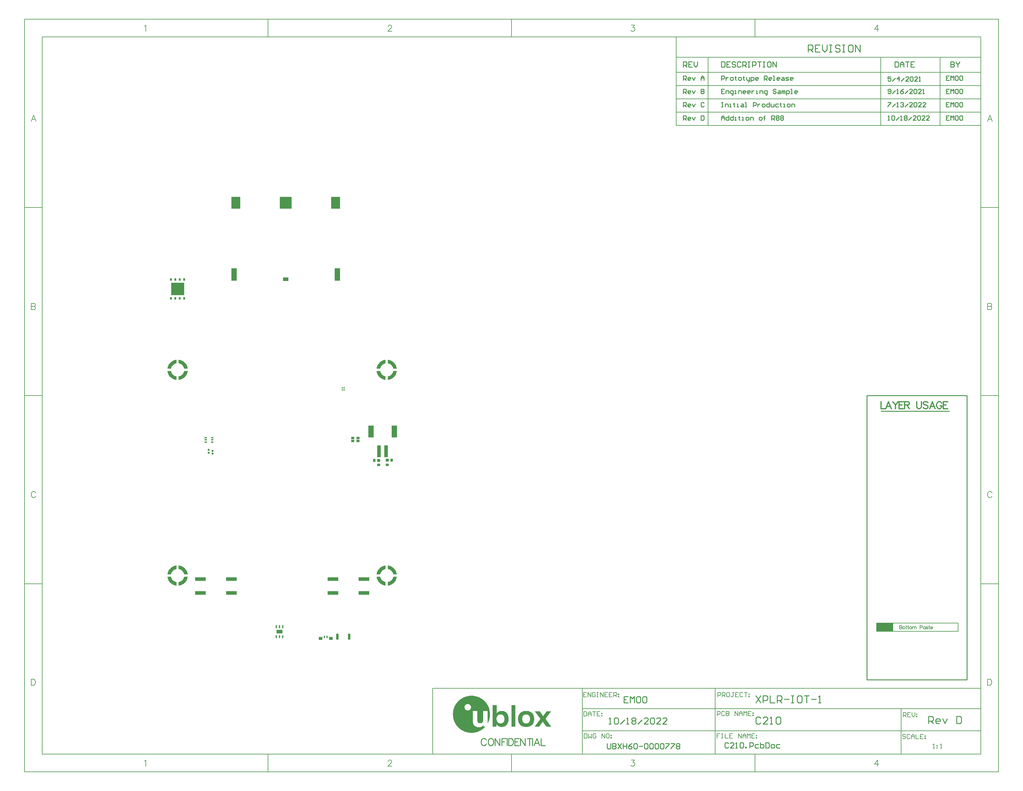
<source format=gbp>
G04*
G04 #@! TF.GenerationSoftware,Altium Limited,Altium Designer,23.0.1 (38)*
G04*
G04 Layer_Color=128*
%FSLAX44Y44*%
%MOMM*%
G71*
G04*
G04 #@! TF.SameCoordinates,B12E620B-8F76-40C0-9090-1E76C6094A63*
G04*
G04*
G04 #@! TF.FilePolarity,Positive*
G04*
G01*
G75*
%ADD11C,0.1270*%
%ADD14C,0.2540*%
%ADD16C,0.2000*%
%ADD25R,4.8260X2.4130*%
%ADD26C,0.2997*%
%ADD27C,0.1778*%
%ADD32R,0.5500X0.5200*%
%ADD43C,0.3500*%
%ADD56R,0.7500X0.9000*%
%ADD72R,0.9000X0.7500*%
%ADD74R,0.3000X0.3000*%
%ADD107R,0.8500X0.6500*%
%ADD263R,3.1000X1.0000*%
%ADD264R,1.0000X3.5000*%
%ADD265R,1.5000X3.4000*%
%ADD266R,0.5000X0.6500*%
%ADD267R,3.7000X3.6000*%
G04:AMPARAMS|DCode=268|XSize=0.3mm|YSize=0.65mm|CornerRadius=0.015mm|HoleSize=0mm|Usage=FLASHONLY|Rotation=90.000|XOffset=0mm|YOffset=0mm|HoleType=Round|Shape=RoundedRectangle|*
%AMROUNDEDRECTD268*
21,1,0.3000,0.6200,0,0,90.0*
21,1,0.2700,0.6500,0,0,90.0*
1,1,0.0300,0.3100,0.1350*
1,1,0.0300,0.3100,-0.1350*
1,1,0.0300,-0.3100,-0.1350*
1,1,0.0300,-0.3100,0.1350*
%
%ADD268ROUNDEDRECTD268*%
%ADD269R,1.0000X0.9000*%
%ADD270R,0.4500X0.8000*%
%ADD271R,0.8000X1.7000*%
%ADD291R,3.4000X3.4000*%
%ADD292R,2.5000X3.5000*%
%ADD293R,1.6000X3.6000*%
%ADD294R,1.6500X1.1000*%
%ADD295R,0.3500X0.7000*%
%ADD296R,1.7000X1.0000*%
G36*
X644863Y813839D02*
X648067Y813111D01*
X651170Y812029D01*
X654132Y810605D01*
X656916Y808858D01*
X659486Y806809D01*
X661809Y804486D01*
X663858Y801916D01*
X665605Y799132D01*
X667029Y796170D01*
X668111Y793067D01*
X668839Y789863D01*
X669021Y788230D01*
X669021D01*
X658728Y788201D01*
X658539Y789158D01*
X658016Y791037D01*
X657302Y792851D01*
X656406Y794584D01*
X655337Y796215D01*
X654107Y797728D01*
X652728Y799107D01*
X651215Y800337D01*
X649584Y801406D01*
X647851Y802302D01*
X646037Y803016D01*
X644158Y803539D01*
X643201Y803728D01*
Y803728D01*
Y813993D01*
X643230Y814021D01*
X644863Y813839D01*
D02*
G37*
G36*
X636799Y803728D02*
X635842Y803539D01*
X633963Y803016D01*
X632149Y802302D01*
X630416Y801406D01*
X628785Y800337D01*
X627272Y799107D01*
X625893Y797728D01*
X624663Y796215D01*
X623594Y794584D01*
X622698Y792851D01*
X621984Y791037D01*
X621461Y789158D01*
X621272Y788201D01*
X611007D01*
X610979Y788230D01*
X611161Y789863D01*
X611889Y793067D01*
X612971Y796170D01*
X614395Y799132D01*
X616142Y801916D01*
X618191Y804486D01*
X620514Y806809D01*
X623084Y808858D01*
X625868Y810605D01*
X628830Y812029D01*
X631932Y813111D01*
X635137Y813839D01*
X636770Y814021D01*
X636770Y814021D01*
X636799Y803728D01*
D02*
G37*
G36*
X44863Y813839D02*
X48067Y813111D01*
X51170Y812029D01*
X54132Y810605D01*
X56916Y808858D01*
X59486Y806809D01*
X61809Y804486D01*
X63858Y801916D01*
X65605Y799132D01*
X67029Y796170D01*
X68112Y793067D01*
X68839Y789863D01*
X69021Y788230D01*
X69021D01*
X58728Y788201D01*
X58539Y789158D01*
X58015Y791037D01*
X57302Y792851D01*
X56406Y794584D01*
X55337Y796215D01*
X54107Y797728D01*
X52728Y799107D01*
X51215Y800337D01*
X49584Y801406D01*
X47852Y802302D01*
X46037Y803016D01*
X44158Y803539D01*
X43201Y803728D01*
Y803728D01*
Y813993D01*
X43230Y814021D01*
X44863Y813839D01*
D02*
G37*
G36*
X36799Y803728D02*
X35842Y803539D01*
X33963Y803016D01*
X32148Y802302D01*
X30416Y801406D01*
X28785Y800337D01*
X27272Y799107D01*
X25893Y797728D01*
X24663Y796215D01*
X23594Y794584D01*
X22698Y792851D01*
X21985Y791037D01*
X21461Y789158D01*
X21272Y788201D01*
X11007D01*
X10979Y788230D01*
X11161Y789863D01*
X11889Y793067D01*
X12971Y796170D01*
X14395Y799132D01*
X16142Y801916D01*
X18191Y804486D01*
X20514Y806809D01*
X23084Y808858D01*
X25868Y810605D01*
X28830Y812029D01*
X31932Y813111D01*
X35137Y813839D01*
X36770Y814021D01*
X36770Y814021D01*
X36799Y803728D01*
D02*
G37*
G36*
X669021Y781770D02*
X668839Y780137D01*
X668111Y776933D01*
X667029Y773830D01*
X665605Y770868D01*
X663858Y768084D01*
X661809Y765514D01*
X659486Y763191D01*
X656916Y761142D01*
X654132Y759395D01*
X651170Y757971D01*
X648067Y756889D01*
X644863Y756161D01*
X643230Y755979D01*
X643201Y766272D01*
X644158Y766461D01*
X646037Y766984D01*
X647851Y767698D01*
X649584Y768594D01*
X651215Y769663D01*
X652728Y770893D01*
X654107Y772272D01*
X655337Y773785D01*
X656406Y775416D01*
X657302Y777149D01*
X658016Y778963D01*
X658539Y780842D01*
X658728Y781799D01*
X658728Y781799D01*
X668993D01*
X669021Y781770D01*
D02*
G37*
G36*
X621461Y780842D02*
X621984Y778963D01*
X622698Y777149D01*
X623594Y775416D01*
X624663Y773785D01*
X625893Y772272D01*
X627272Y770893D01*
X628785Y769663D01*
X630416Y768594D01*
X632149Y767698D01*
X633963Y766984D01*
X635842Y766461D01*
X636799Y766272D01*
X636799D01*
Y756007D01*
X636770Y755979D01*
X635137Y756161D01*
X631932Y756889D01*
X628830Y757971D01*
X625868Y759395D01*
X623084Y761142D01*
X620514Y763191D01*
X618191Y765514D01*
X616142Y768084D01*
X614395Y770868D01*
X612971Y773830D01*
X611889Y776933D01*
X611161Y780137D01*
X610979Y781770D01*
Y781770D01*
X621272Y781799D01*
X621461Y780842D01*
D02*
G37*
G36*
X69021Y781770D02*
X68839Y780137D01*
X68112Y776933D01*
X67029Y773830D01*
X65605Y770868D01*
X63858Y768084D01*
X61809Y765514D01*
X59486Y763191D01*
X56916Y761142D01*
X54132Y759395D01*
X51170Y757971D01*
X48067Y756889D01*
X44863Y756161D01*
X43230Y755979D01*
X43201Y766272D01*
X44158Y766461D01*
X46037Y766984D01*
X47852Y767698D01*
X49584Y768594D01*
X51215Y769663D01*
X52728Y770893D01*
X54107Y772272D01*
X55337Y773785D01*
X56406Y775416D01*
X57302Y777149D01*
X58015Y778963D01*
X58539Y780842D01*
X58728Y781799D01*
X58728Y781799D01*
X68993D01*
X69021Y781770D01*
D02*
G37*
G36*
X21461Y780842D02*
X21985Y778963D01*
X22698Y777149D01*
X23594Y775416D01*
X24663Y773785D01*
X25893Y772272D01*
X27272Y770893D01*
X28785Y769663D01*
X30416Y768594D01*
X32148Y767698D01*
X33963Y766984D01*
X35842Y766461D01*
X36799Y766272D01*
X36799D01*
Y756007D01*
X36770Y755979D01*
X35137Y756161D01*
X31932Y756889D01*
X28830Y757971D01*
X25868Y759395D01*
X23084Y761142D01*
X20514Y763191D01*
X18191Y765514D01*
X16142Y768084D01*
X14395Y770868D01*
X12971Y773830D01*
X11889Y776933D01*
X11161Y780137D01*
X10979Y781770D01*
Y781770D01*
X21272Y781799D01*
X21461Y780842D01*
D02*
G37*
G36*
X644863Y223839D02*
X648067Y223111D01*
X651170Y222029D01*
X654132Y220605D01*
X656916Y218858D01*
X659486Y216809D01*
X661809Y214486D01*
X663858Y211916D01*
X665605Y209132D01*
X667029Y206170D01*
X668111Y203067D01*
X668839Y199863D01*
X669021Y198230D01*
X669021D01*
X658728Y198201D01*
X658539Y199158D01*
X658016Y201037D01*
X657302Y202852D01*
X656406Y204584D01*
X655337Y206215D01*
X654107Y207728D01*
X652728Y209107D01*
X651215Y210337D01*
X649584Y211406D01*
X647851Y212302D01*
X646037Y213015D01*
X644158Y213539D01*
X643201Y213728D01*
Y213728D01*
Y223993D01*
X643230Y224021D01*
X644863Y223839D01*
D02*
G37*
G36*
X636799Y213728D02*
X635842Y213539D01*
X633963Y213015D01*
X632149Y212302D01*
X630416Y211406D01*
X628785Y210337D01*
X627272Y209107D01*
X625893Y207728D01*
X624663Y206215D01*
X623594Y204584D01*
X622698Y202852D01*
X621984Y201037D01*
X621461Y199158D01*
X621272Y198201D01*
X611007D01*
X610979Y198230D01*
X611161Y199863D01*
X611889Y203067D01*
X612971Y206170D01*
X614395Y209132D01*
X616142Y211916D01*
X618191Y214486D01*
X620514Y216809D01*
X623084Y218858D01*
X625868Y220605D01*
X628830Y222029D01*
X631932Y223111D01*
X635137Y223839D01*
X636770Y224021D01*
X636770Y224021D01*
X636799Y213728D01*
D02*
G37*
G36*
X44863Y223839D02*
X48067Y223111D01*
X51170Y222029D01*
X54132Y220605D01*
X56916Y218858D01*
X59486Y216809D01*
X61809Y214486D01*
X63858Y211916D01*
X65605Y209132D01*
X67029Y206170D01*
X68112Y203067D01*
X68839Y199863D01*
X69021Y198230D01*
X69021D01*
X58728Y198201D01*
X58539Y199158D01*
X58015Y201037D01*
X57302Y202852D01*
X56406Y204584D01*
X55337Y206215D01*
X54107Y207728D01*
X52728Y209107D01*
X51215Y210337D01*
X49584Y211406D01*
X47852Y212302D01*
X46037Y213015D01*
X44158Y213539D01*
X43201Y213728D01*
Y213728D01*
Y223993D01*
X43230Y224021D01*
X44863Y223839D01*
D02*
G37*
G36*
X36799Y213728D02*
X35842Y213539D01*
X33963Y213015D01*
X32148Y212302D01*
X30416Y211406D01*
X28785Y210337D01*
X27272Y209107D01*
X25893Y207728D01*
X24663Y206215D01*
X23594Y204584D01*
X22698Y202852D01*
X21985Y201037D01*
X21461Y199158D01*
X21272Y198201D01*
X11007D01*
X10979Y198230D01*
X11161Y199863D01*
X11889Y203067D01*
X12971Y206170D01*
X14395Y209132D01*
X16142Y211916D01*
X18191Y214486D01*
X20514Y216809D01*
X23084Y218858D01*
X25868Y220605D01*
X28830Y222029D01*
X31932Y223111D01*
X35137Y223839D01*
X36770Y224021D01*
X36770Y224021D01*
X36799Y213728D01*
D02*
G37*
G36*
X669021Y191770D02*
X668839Y190137D01*
X668111Y186933D01*
X667029Y183830D01*
X665605Y180868D01*
X663858Y178084D01*
X661809Y175514D01*
X659486Y173191D01*
X656916Y171142D01*
X654132Y169395D01*
X651170Y167971D01*
X648067Y166889D01*
X644863Y166161D01*
X643230Y165979D01*
X643201Y176272D01*
X644158Y176461D01*
X646037Y176985D01*
X647851Y177698D01*
X649584Y178594D01*
X651215Y179663D01*
X652728Y180893D01*
X654107Y182272D01*
X655337Y183785D01*
X656406Y185416D01*
X657302Y187148D01*
X658016Y188963D01*
X658539Y190842D01*
X658728Y191799D01*
X658728Y191799D01*
X668993D01*
X669021Y191770D01*
D02*
G37*
G36*
X621461Y190842D02*
X621984Y188963D01*
X622698Y187148D01*
X623594Y185416D01*
X624663Y183785D01*
X625893Y182272D01*
X627272Y180893D01*
X628785Y179663D01*
X630416Y178594D01*
X632149Y177698D01*
X633963Y176985D01*
X635842Y176461D01*
X636799Y176272D01*
X636799D01*
Y166007D01*
X636770Y165979D01*
X635137Y166161D01*
X631932Y166889D01*
X628830Y167971D01*
X625868Y169395D01*
X623084Y171142D01*
X620514Y173191D01*
X618191Y175514D01*
X616142Y178084D01*
X614395Y180868D01*
X612971Y183830D01*
X611889Y186933D01*
X611161Y190137D01*
X610979Y191770D01*
Y191770D01*
X621272Y191799D01*
X621461Y190842D01*
D02*
G37*
G36*
X69021Y191770D02*
X68839Y190137D01*
X68112Y186933D01*
X67029Y183830D01*
X65605Y180868D01*
X63858Y178084D01*
X61809Y175514D01*
X59486Y173191D01*
X56916Y171142D01*
X54132Y169395D01*
X51170Y167971D01*
X48067Y166889D01*
X44863Y166161D01*
X43230Y165979D01*
X43201Y176272D01*
X44158Y176461D01*
X46037Y176985D01*
X47852Y177698D01*
X49584Y178594D01*
X51215Y179663D01*
X52728Y180893D01*
X54107Y182272D01*
X55337Y183785D01*
X56406Y185416D01*
X57302Y187148D01*
X58015Y188963D01*
X58539Y190842D01*
X58728Y191799D01*
X58728Y191799D01*
X68993D01*
X69021Y191770D01*
D02*
G37*
G36*
X21461Y190842D02*
X21985Y188963D01*
X22698Y187148D01*
X23594Y185416D01*
X24663Y183785D01*
X25893Y182272D01*
X27272Y180893D01*
X28785Y179663D01*
X30416Y178594D01*
X32148Y177698D01*
X33963Y176985D01*
X35842Y176461D01*
X36799Y176272D01*
X36799D01*
Y166007D01*
X36770Y165979D01*
X35137Y166161D01*
X31932Y166889D01*
X28830Y167971D01*
X25868Y169395D01*
X23084Y171142D01*
X20514Y173191D01*
X18191Y175514D01*
X16142Y178084D01*
X14395Y180868D01*
X12971Y183830D01*
X11889Y186933D01*
X11161Y190137D01*
X10979Y191770D01*
Y191770D01*
X21272Y191799D01*
X21461Y190842D01*
D02*
G37*
G36*
X1111121Y-194961D02*
X1110667D01*
Y-195414D01*
Y-195868D01*
X1110214D01*
Y-196322D01*
X1109760D01*
Y-196775D01*
X1109307D01*
Y-197229D01*
Y-197682D01*
X1108853D01*
Y-198136D01*
X1108400D01*
Y-198589D01*
Y-199043D01*
X1107946D01*
Y-199496D01*
X1107492D01*
Y-199950D01*
X1107039D01*
Y-200404D01*
Y-200857D01*
X1106585D01*
Y-201311D01*
X1106132D01*
Y-201764D01*
X1105678D01*
Y-202218D01*
Y-202671D01*
X1105225D01*
Y-203125D01*
X1104771D01*
Y-203578D01*
X1104317D01*
Y-204032D01*
Y-204486D01*
X1103864D01*
Y-204939D01*
X1103410D01*
Y-205393D01*
Y-205846D01*
X1102957D01*
Y-206300D01*
X1102503D01*
Y-206753D01*
X1102050D01*
Y-207207D01*
Y-207661D01*
X1101596D01*
Y-208114D01*
X1101143D01*
Y-208568D01*
X1100689D01*
Y-209021D01*
Y-209475D01*
X1100236D01*
Y-209928D01*
X1099782D01*
Y-210382D01*
Y-210835D01*
X1099328D01*
Y-211289D01*
X1098875D01*
Y-211742D01*
X1098421D01*
Y-212196D01*
Y-212650D01*
X1097968D01*
Y-213103D01*
X1097514D01*
Y-213557D01*
X1097061D01*
Y-214010D01*
Y-214464D01*
X1096607D01*
Y-214917D01*
X1096153D01*
Y-215371D01*
X1095700D01*
Y-215825D01*
Y-216278D01*
Y-216732D01*
X1096153D01*
Y-217185D01*
Y-217639D01*
X1096607D01*
Y-218092D01*
X1097061D01*
Y-218546D01*
X1097514D01*
Y-218999D01*
Y-219453D01*
X1097968D01*
Y-219907D01*
X1098421D01*
Y-220360D01*
X1098875D01*
Y-220814D01*
Y-221267D01*
X1099328D01*
Y-221721D01*
X1099782D01*
Y-222174D01*
Y-222628D01*
X1100236D01*
Y-223081D01*
X1100689D01*
Y-223535D01*
X1101143D01*
Y-223988D01*
Y-224442D01*
X1101596D01*
Y-224896D01*
X1102050D01*
Y-225349D01*
X1102503D01*
Y-225803D01*
Y-226256D01*
X1102957D01*
Y-226710D01*
X1103410D01*
Y-227163D01*
X1103864D01*
Y-227617D01*
Y-228071D01*
X1104317D01*
Y-228524D01*
X1104771D01*
Y-228978D01*
X1105225D01*
Y-229431D01*
Y-229885D01*
X1105678D01*
Y-230338D01*
X1106132D01*
Y-230792D01*
X1106585D01*
Y-231245D01*
Y-231699D01*
X1107039D01*
Y-232153D01*
X1107492D01*
Y-232606D01*
X1107946D01*
Y-233060D01*
Y-233513D01*
X1108400D01*
Y-233967D01*
X1108853D01*
Y-234420D01*
Y-234874D01*
X1109307D01*
Y-235327D01*
X1109760D01*
Y-235781D01*
X1110214D01*
Y-236234D01*
Y-236688D01*
X1110667D01*
Y-237142D01*
X1111121D01*
Y-237595D01*
X1111574D01*
Y-238049D01*
X1112028D01*
Y-238502D01*
X1097514D01*
Y-238049D01*
Y-237595D01*
X1097061D01*
Y-237142D01*
X1096607D01*
Y-236688D01*
X1096153D01*
Y-236234D01*
Y-235781D01*
X1095700D01*
Y-235327D01*
X1095246D01*
Y-234874D01*
X1094793D01*
Y-234420D01*
Y-233967D01*
X1094339D01*
Y-233513D01*
X1093886D01*
Y-233060D01*
Y-232606D01*
X1093432D01*
Y-232153D01*
X1092979D01*
Y-231699D01*
X1092525D01*
Y-231245D01*
Y-230792D01*
X1092072D01*
Y-230338D01*
X1091618D01*
Y-229885D01*
X1091164D01*
Y-229431D01*
Y-228978D01*
X1090711D01*
Y-228524D01*
X1090257D01*
Y-228071D01*
Y-227617D01*
X1089804D01*
Y-227163D01*
X1089350D01*
Y-226710D01*
X1088897D01*
Y-226256D01*
Y-225803D01*
X1088443D01*
Y-225349D01*
X1087990D01*
Y-224896D01*
X1087536D01*
Y-224442D01*
X1087082D01*
Y-224896D01*
Y-225349D01*
X1086629D01*
Y-225803D01*
X1086175D01*
Y-226256D01*
X1085722D01*
Y-226710D01*
Y-227163D01*
X1085268D01*
Y-227617D01*
X1084815D01*
Y-228071D01*
Y-228524D01*
X1084361D01*
Y-228978D01*
X1083907D01*
Y-229431D01*
X1083454D01*
Y-229885D01*
Y-230338D01*
X1083000D01*
Y-230792D01*
X1082547D01*
Y-231245D01*
Y-231699D01*
X1082093D01*
Y-232153D01*
X1081640D01*
Y-232606D01*
X1081186D01*
Y-233060D01*
Y-233513D01*
X1080733D01*
Y-233967D01*
X1080279D01*
Y-234420D01*
Y-234874D01*
X1079826D01*
Y-235327D01*
X1079372D01*
Y-235781D01*
X1078918D01*
Y-236234D01*
Y-236688D01*
X1078465D01*
Y-237142D01*
X1078011D01*
Y-237595D01*
Y-238049D01*
X1077558D01*
Y-238502D01*
X1064405D01*
Y-238049D01*
X1064858D01*
Y-237595D01*
X1065312D01*
Y-237142D01*
Y-236688D01*
X1065765D01*
Y-236234D01*
X1066219D01*
Y-235781D01*
X1066672D01*
Y-235327D01*
Y-234874D01*
X1067126D01*
Y-234420D01*
X1067579D01*
Y-233967D01*
Y-233513D01*
X1068033D01*
Y-233060D01*
X1068487D01*
Y-232606D01*
X1068940D01*
Y-232153D01*
X1069394D01*
Y-231699D01*
Y-231245D01*
X1069847D01*
Y-230792D01*
X1070301D01*
Y-230338D01*
Y-229885D01*
X1070754D01*
Y-229431D01*
X1071208D01*
Y-228978D01*
X1071662D01*
Y-228524D01*
Y-228071D01*
X1072115D01*
Y-227617D01*
X1072569D01*
Y-227163D01*
X1073022D01*
Y-226710D01*
Y-226256D01*
X1073476D01*
Y-225803D01*
X1073929D01*
Y-225349D01*
X1074383D01*
Y-224896D01*
Y-224442D01*
X1074836D01*
Y-223988D01*
X1075290D01*
Y-223535D01*
X1075743D01*
Y-223081D01*
Y-222628D01*
X1076197D01*
Y-222174D01*
X1076651D01*
Y-221721D01*
X1077104D01*
Y-221267D01*
Y-220814D01*
X1077558D01*
Y-220360D01*
X1078011D01*
Y-219907D01*
X1078465D01*
Y-219453D01*
Y-218999D01*
X1078918D01*
Y-218546D01*
X1079372D01*
Y-218092D01*
Y-217639D01*
X1079826D01*
Y-217185D01*
X1080279D01*
Y-216732D01*
X1080733D01*
Y-216278D01*
Y-215825D01*
X1080279D01*
Y-215371D01*
X1079826D01*
Y-214917D01*
X1079372D01*
Y-214464D01*
Y-214010D01*
X1078918D01*
Y-213557D01*
X1078465D01*
Y-213103D01*
X1078011D01*
Y-212650D01*
Y-212196D01*
X1077558D01*
Y-211742D01*
X1077104D01*
Y-211289D01*
Y-210835D01*
X1076651D01*
Y-210382D01*
X1076197D01*
Y-209928D01*
X1075743D01*
Y-209475D01*
Y-209021D01*
X1075290D01*
Y-208568D01*
X1074836D01*
Y-208114D01*
X1074383D01*
Y-207661D01*
Y-207207D01*
X1073929D01*
Y-206753D01*
X1073476D01*
Y-206300D01*
Y-205846D01*
X1073022D01*
Y-205393D01*
X1072569D01*
Y-204939D01*
X1072115D01*
Y-204486D01*
Y-204032D01*
X1071662D01*
Y-203578D01*
X1071208D01*
Y-203125D01*
X1070754D01*
Y-202671D01*
Y-202218D01*
X1070301D01*
Y-201764D01*
X1069847D01*
Y-201311D01*
Y-200857D01*
X1069394D01*
Y-200404D01*
X1068940D01*
Y-199950D01*
X1068487D01*
Y-199496D01*
Y-199043D01*
X1068033D01*
Y-198589D01*
X1067579D01*
Y-198136D01*
X1067126D01*
Y-197682D01*
Y-197229D01*
X1066672D01*
Y-196775D01*
X1066219D01*
Y-196322D01*
Y-195868D01*
X1065765D01*
Y-195414D01*
X1065312D01*
Y-194961D01*
X1064858D01*
Y-194507D01*
X1078918D01*
Y-194961D01*
X1079372D01*
Y-195414D01*
X1079826D01*
Y-195868D01*
Y-196322D01*
X1080279D01*
Y-196775D01*
X1080733D01*
Y-197229D01*
X1081186D01*
Y-197682D01*
Y-198136D01*
X1081640D01*
Y-198589D01*
X1082093D01*
Y-199043D01*
Y-199496D01*
X1082547D01*
Y-199950D01*
X1083000D01*
Y-200404D01*
Y-200857D01*
X1083454D01*
Y-201311D01*
X1083907D01*
Y-201764D01*
X1084361D01*
Y-202218D01*
Y-202671D01*
X1084815D01*
Y-203125D01*
X1085268D01*
Y-203578D01*
Y-204032D01*
X1085722D01*
Y-204486D01*
X1086175D01*
Y-204939D01*
X1086629D01*
Y-205393D01*
Y-205846D01*
X1087082D01*
Y-206300D01*
X1087536D01*
Y-206753D01*
Y-207207D01*
X1087990D01*
Y-207661D01*
X1088443D01*
Y-208114D01*
X1088897D01*
Y-207661D01*
X1089350D01*
Y-207207D01*
Y-206753D01*
X1089804D01*
Y-206300D01*
X1090257D01*
Y-205846D01*
X1090711D01*
Y-205393D01*
Y-204939D01*
X1091164D01*
Y-204486D01*
X1091618D01*
Y-204032D01*
Y-203578D01*
X1092072D01*
Y-203125D01*
X1092525D01*
Y-202671D01*
X1092979D01*
Y-202218D01*
Y-201764D01*
X1093432D01*
Y-201311D01*
X1093886D01*
Y-200857D01*
Y-200404D01*
X1094339D01*
Y-199950D01*
X1094793D01*
Y-199496D01*
X1095246D01*
Y-199043D01*
Y-198589D01*
X1095700D01*
Y-198136D01*
X1096153D01*
Y-197682D01*
Y-197229D01*
X1096607D01*
Y-196775D01*
X1097061D01*
Y-196322D01*
X1097514D01*
Y-195868D01*
Y-195414D01*
X1097968D01*
Y-194961D01*
X1098421D01*
Y-194507D01*
X1111121D01*
Y-194961D01*
D02*
G37*
G36*
X885250Y-150059D02*
X889786D01*
Y-150512D01*
X892507D01*
Y-150966D01*
X894775D01*
Y-151419D01*
X896589D01*
Y-151873D01*
X898403D01*
Y-152327D01*
X899764D01*
Y-152780D01*
X901124D01*
Y-153234D01*
X902485D01*
Y-153687D01*
X903392D01*
Y-154141D01*
X904753D01*
Y-154594D01*
X905660D01*
Y-155048D01*
X906567D01*
Y-155501D01*
X907474D01*
Y-155955D01*
X908381D01*
Y-156409D01*
X909288D01*
Y-156862D01*
X909742D01*
Y-157316D01*
X910649D01*
Y-157769D01*
X911556D01*
Y-158223D01*
X912010D01*
Y-158676D01*
X912917D01*
Y-159130D01*
X913371D01*
Y-159584D01*
X914278D01*
Y-160037D01*
X914731D01*
Y-160491D01*
X915185D01*
Y-160944D01*
X916092D01*
Y-161398D01*
X916545D01*
Y-161851D01*
X916999D01*
Y-162305D01*
X917452D01*
Y-162758D01*
X918360D01*
Y-163212D01*
X918813D01*
Y-163666D01*
X919267D01*
Y-164119D01*
X919720D01*
Y-164573D01*
X920174D01*
Y-165026D01*
X920627D01*
Y-165480D01*
X921081D01*
Y-165933D01*
X921535D01*
Y-166387D01*
X921988D01*
Y-166840D01*
X922442D01*
Y-167294D01*
X922895D01*
Y-167747D01*
X923349D01*
Y-168201D01*
Y-168655D01*
X923802D01*
Y-169108D01*
X924256D01*
Y-169562D01*
X924709D01*
Y-170015D01*
X925163D01*
Y-170469D01*
Y-170922D01*
X925617D01*
Y-171376D01*
X926070D01*
Y-171830D01*
X926524D01*
Y-172283D01*
Y-172737D01*
X926977D01*
Y-173190D01*
X927431D01*
Y-173644D01*
Y-174097D01*
X927884D01*
Y-174551D01*
X928338D01*
Y-175004D01*
Y-175458D01*
X928791D01*
Y-175912D01*
X929245D01*
Y-176365D01*
Y-176819D01*
X929698D01*
Y-177272D01*
Y-177726D01*
X930152D01*
Y-178179D01*
Y-178633D01*
X930606D01*
Y-179086D01*
Y-179540D01*
X931059D01*
Y-179993D01*
Y-180447D01*
X931513D01*
Y-180901D01*
Y-181354D01*
X931966D01*
Y-181808D01*
Y-182261D01*
X932420D01*
Y-182715D01*
Y-183168D01*
Y-183622D01*
X932873D01*
Y-184076D01*
Y-184529D01*
X933327D01*
Y-184983D01*
Y-185436D01*
Y-185890D01*
X933781D01*
Y-186343D01*
Y-186797D01*
Y-187250D01*
X934234D01*
Y-187704D01*
Y-188158D01*
Y-188611D01*
Y-189065D01*
X934688D01*
Y-189518D01*
Y-189972D01*
Y-190425D01*
Y-190879D01*
X935141D01*
Y-191332D01*
Y-191786D01*
Y-192240D01*
Y-192693D01*
X935595D01*
Y-193147D01*
Y-193600D01*
Y-194054D01*
Y-194507D01*
Y-194961D01*
Y-195414D01*
Y-195868D01*
X936048D01*
Y-196322D01*
Y-196775D01*
Y-197229D01*
Y-197682D01*
Y-198136D01*
Y-198589D01*
Y-199043D01*
Y-199496D01*
Y-199950D01*
Y-200404D01*
Y-200857D01*
X936502D01*
Y-201311D01*
Y-201764D01*
Y-202218D01*
Y-202671D01*
Y-203125D01*
Y-203578D01*
Y-204032D01*
Y-204486D01*
Y-204939D01*
Y-205393D01*
X936048D01*
Y-205846D01*
Y-206300D01*
Y-206753D01*
Y-207207D01*
Y-207661D01*
Y-208114D01*
Y-208568D01*
Y-209021D01*
Y-209475D01*
Y-209928D01*
Y-210382D01*
X935595D01*
Y-210835D01*
Y-211289D01*
Y-211742D01*
Y-212196D01*
Y-212650D01*
Y-213103D01*
X935141D01*
Y-213557D01*
Y-214010D01*
Y-214464D01*
Y-214917D01*
Y-215371D01*
X934688D01*
Y-215825D01*
Y-216278D01*
Y-216732D01*
Y-217185D01*
X934234D01*
Y-217639D01*
Y-218092D01*
Y-218546D01*
Y-218999D01*
X933781D01*
Y-219453D01*
Y-219907D01*
Y-220360D01*
X933327D01*
Y-220814D01*
Y-221267D01*
X932873D01*
Y-221721D01*
Y-222174D01*
Y-222628D01*
X932420D01*
Y-223081D01*
Y-223535D01*
X931966D01*
Y-223988D01*
Y-224442D01*
Y-224896D01*
X931513D01*
Y-225349D01*
Y-225803D01*
X931059D01*
Y-226256D01*
Y-226710D01*
X930606D01*
Y-227163D01*
Y-227617D01*
X930152D01*
Y-228071D01*
Y-228524D01*
X929698D01*
Y-228071D01*
Y-227617D01*
Y-227163D01*
Y-226710D01*
Y-226256D01*
Y-225803D01*
Y-225349D01*
Y-224896D01*
Y-224442D01*
Y-223988D01*
Y-223535D01*
Y-223081D01*
Y-222628D01*
Y-222174D01*
Y-221721D01*
Y-221267D01*
Y-220814D01*
Y-220360D01*
Y-219907D01*
Y-219453D01*
Y-218999D01*
Y-218546D01*
Y-218092D01*
Y-217639D01*
Y-217185D01*
Y-216732D01*
Y-216278D01*
Y-215825D01*
Y-215371D01*
Y-214917D01*
Y-214464D01*
Y-214010D01*
Y-213557D01*
Y-213103D01*
Y-212650D01*
Y-212196D01*
Y-211742D01*
Y-211289D01*
Y-210835D01*
Y-210382D01*
Y-209928D01*
Y-209475D01*
Y-209021D01*
Y-208568D01*
Y-208114D01*
Y-207661D01*
Y-207207D01*
Y-206753D01*
Y-206300D01*
Y-205846D01*
Y-205393D01*
Y-204939D01*
Y-204486D01*
Y-204032D01*
Y-203578D01*
Y-203125D01*
Y-202671D01*
Y-202218D01*
Y-201764D01*
Y-201311D01*
Y-200857D01*
Y-200404D01*
Y-199950D01*
Y-199496D01*
Y-199043D01*
Y-198589D01*
Y-198136D01*
Y-197682D01*
Y-197229D01*
Y-196775D01*
Y-196322D01*
Y-195868D01*
Y-195414D01*
Y-194961D01*
Y-194507D01*
Y-194054D01*
X916999D01*
Y-194507D01*
Y-194961D01*
Y-195414D01*
Y-195868D01*
Y-196322D01*
Y-196775D01*
Y-197229D01*
Y-197682D01*
Y-198136D01*
Y-198589D01*
Y-199043D01*
Y-199496D01*
Y-199950D01*
Y-200404D01*
Y-200857D01*
Y-201311D01*
Y-201764D01*
Y-202218D01*
Y-202671D01*
Y-203125D01*
Y-203578D01*
Y-204032D01*
Y-204486D01*
Y-204939D01*
Y-205393D01*
Y-205846D01*
Y-206300D01*
Y-206753D01*
Y-207207D01*
Y-207661D01*
Y-208114D01*
Y-208568D01*
Y-209021D01*
Y-209475D01*
Y-209928D01*
Y-210382D01*
Y-210835D01*
Y-211289D01*
Y-211742D01*
Y-212196D01*
Y-212650D01*
Y-213103D01*
Y-213557D01*
Y-214010D01*
Y-214464D01*
Y-214917D01*
Y-215371D01*
Y-215825D01*
Y-216278D01*
Y-216732D01*
Y-217185D01*
Y-217639D01*
Y-218092D01*
Y-218546D01*
Y-218999D01*
Y-219453D01*
Y-219907D01*
Y-220360D01*
Y-220814D01*
Y-221267D01*
Y-221721D01*
X916545D01*
Y-222174D01*
Y-222628D01*
Y-223081D01*
Y-223535D01*
X916092D01*
Y-223988D01*
Y-224442D01*
X915638D01*
Y-224896D01*
Y-225349D01*
X915185D01*
Y-225803D01*
X914731D01*
Y-226256D01*
X914278D01*
Y-226710D01*
X913824D01*
Y-227163D01*
X913371D01*
Y-227617D01*
X912463D01*
Y-228071D01*
X911103D01*
Y-228524D01*
X904753D01*
Y-228071D01*
X903392D01*
Y-227617D01*
X902485D01*
Y-227163D01*
X902032D01*
Y-226710D01*
X901578D01*
Y-226256D01*
X901124D01*
Y-225803D01*
Y-225349D01*
X900671D01*
Y-224896D01*
Y-224442D01*
X900217D01*
Y-223988D01*
Y-223535D01*
Y-223081D01*
Y-222628D01*
X899764D01*
Y-222174D01*
Y-221721D01*
Y-221267D01*
Y-220814D01*
Y-220360D01*
Y-219907D01*
Y-219453D01*
Y-218999D01*
Y-218546D01*
Y-218092D01*
Y-217639D01*
Y-217185D01*
Y-216732D01*
Y-216278D01*
Y-215825D01*
Y-215371D01*
Y-214917D01*
Y-214464D01*
Y-214010D01*
Y-213557D01*
Y-213103D01*
Y-212650D01*
Y-212196D01*
Y-211742D01*
Y-211289D01*
Y-210835D01*
Y-210382D01*
Y-209928D01*
Y-209475D01*
Y-209021D01*
Y-208568D01*
Y-208114D01*
Y-207661D01*
Y-207207D01*
Y-206753D01*
Y-206300D01*
Y-205846D01*
Y-205393D01*
Y-204939D01*
Y-204486D01*
Y-204032D01*
Y-203578D01*
Y-203125D01*
Y-202671D01*
Y-202218D01*
Y-201764D01*
Y-201311D01*
Y-200857D01*
Y-200404D01*
Y-199950D01*
Y-199496D01*
Y-199043D01*
Y-198589D01*
Y-198136D01*
Y-197682D01*
Y-197229D01*
Y-196775D01*
Y-196322D01*
Y-195868D01*
Y-195414D01*
Y-194961D01*
Y-194507D01*
Y-194054D01*
X887064D01*
Y-194507D01*
Y-194961D01*
Y-195414D01*
Y-195868D01*
Y-196322D01*
Y-196775D01*
Y-197229D01*
Y-197682D01*
Y-198136D01*
Y-198589D01*
Y-199043D01*
Y-199496D01*
Y-199950D01*
Y-200404D01*
Y-200857D01*
Y-201311D01*
Y-201764D01*
Y-202218D01*
Y-202671D01*
Y-203125D01*
Y-203578D01*
Y-204032D01*
Y-204486D01*
Y-204939D01*
Y-205393D01*
Y-205846D01*
Y-206300D01*
Y-206753D01*
Y-207207D01*
Y-207661D01*
Y-208114D01*
Y-208568D01*
Y-209021D01*
Y-209475D01*
Y-209928D01*
Y-210382D01*
Y-210835D01*
Y-211289D01*
Y-211742D01*
Y-212196D01*
Y-212650D01*
Y-213103D01*
Y-213557D01*
Y-214010D01*
Y-214464D01*
Y-214917D01*
Y-215371D01*
Y-215825D01*
Y-216278D01*
Y-216732D01*
Y-217185D01*
Y-217639D01*
Y-218092D01*
Y-218546D01*
Y-218999D01*
Y-219453D01*
Y-219907D01*
Y-220360D01*
Y-220814D01*
Y-221267D01*
Y-221721D01*
Y-222174D01*
Y-222628D01*
Y-223081D01*
Y-223535D01*
Y-223988D01*
Y-224442D01*
Y-224896D01*
Y-225349D01*
Y-225803D01*
Y-226256D01*
Y-226710D01*
Y-227163D01*
X887518D01*
Y-227617D01*
Y-228071D01*
Y-228524D01*
Y-228978D01*
X887971D01*
Y-229431D01*
Y-229885D01*
Y-230338D01*
X888425D01*
Y-230792D01*
Y-231245D01*
Y-231699D01*
X888878D01*
Y-232153D01*
Y-232606D01*
X889332D01*
Y-233060D01*
X889786D01*
Y-233513D01*
Y-233967D01*
X890239D01*
Y-234420D01*
X890693D01*
Y-234874D01*
X891146D01*
Y-235327D01*
X891600D01*
Y-235781D01*
X892053D01*
Y-236234D01*
X892507D01*
Y-236688D01*
X893414D01*
Y-237142D01*
X893868D01*
Y-237595D01*
X894775D01*
Y-238049D01*
X895682D01*
Y-238502D01*
X896589D01*
Y-238956D01*
X897950D01*
Y-239409D01*
X899764D01*
Y-239863D01*
X908835D01*
Y-239409D01*
X910649D01*
Y-238956D01*
X911556D01*
Y-238502D01*
X912917D01*
Y-238049D01*
X913371D01*
Y-237595D01*
X914278D01*
Y-237142D01*
X914731D01*
Y-236688D01*
X915185D01*
Y-236234D01*
X916092D01*
Y-235781D01*
X916545D01*
Y-235327D01*
X916999D01*
Y-234874D01*
Y-234420D01*
X917452D01*
Y-234874D01*
Y-235327D01*
Y-235781D01*
Y-236234D01*
Y-236688D01*
Y-237142D01*
Y-237595D01*
Y-238049D01*
Y-238502D01*
Y-238956D01*
X922442D01*
Y-239409D01*
X921988D01*
Y-239863D01*
X921535D01*
Y-240317D01*
X921081D01*
Y-240770D01*
X920627D01*
Y-241224D01*
X920174D01*
Y-241677D01*
X919720D01*
Y-242131D01*
X919267D01*
Y-242584D01*
X918813D01*
Y-243038D01*
X917906D01*
Y-243491D01*
X917452D01*
Y-243945D01*
X916999D01*
Y-244398D01*
X916545D01*
Y-244852D01*
X915638D01*
Y-245306D01*
X915185D01*
Y-245759D01*
X914731D01*
Y-246213D01*
X913824D01*
Y-246666D01*
X913371D01*
Y-247120D01*
X912463D01*
Y-247573D01*
X912010D01*
Y-248027D01*
X911103D01*
Y-248480D01*
X910649D01*
Y-248934D01*
X909742D01*
Y-249388D01*
X908835D01*
Y-249841D01*
X907928D01*
Y-250295D01*
X907474D01*
Y-250748D01*
X906567D01*
Y-251202D01*
X905206D01*
Y-251655D01*
X904299D01*
Y-252109D01*
X903392D01*
Y-252563D01*
X902032D01*
Y-253016D01*
X901124D01*
Y-253470D01*
X899764D01*
Y-253923D01*
X897950D01*
Y-254377D01*
X896589D01*
Y-254830D01*
X894775D01*
Y-255284D01*
X892053D01*
Y-255737D01*
X888878D01*
Y-256191D01*
X877086D01*
Y-255737D01*
X873911D01*
Y-255284D01*
X871643D01*
Y-254830D01*
X869829D01*
Y-254377D01*
X868015D01*
Y-253923D01*
X866654D01*
Y-253470D01*
X865294D01*
Y-253016D01*
X863933D01*
Y-252563D01*
X863026D01*
Y-252109D01*
X861665D01*
Y-251655D01*
X860758D01*
Y-251202D01*
X859851D01*
Y-250748D01*
X858944D01*
Y-250295D01*
X858037D01*
Y-249841D01*
X857130D01*
Y-249388D01*
X856222D01*
Y-248934D01*
X855769D01*
Y-248480D01*
X854862D01*
Y-248027D01*
X853955D01*
Y-247573D01*
X853501D01*
Y-247120D01*
X852594D01*
Y-246666D01*
X852140D01*
Y-246213D01*
X851687D01*
Y-245759D01*
X850780D01*
Y-245306D01*
X850326D01*
Y-244852D01*
X849873D01*
Y-244398D01*
X848966D01*
Y-243945D01*
X848512D01*
Y-243491D01*
X848058D01*
Y-243038D01*
X847605D01*
Y-242584D01*
X847151D01*
Y-242131D01*
X846698D01*
Y-241677D01*
X846244D01*
Y-241224D01*
X845791D01*
Y-240770D01*
X845337D01*
Y-240317D01*
X844883D01*
Y-239863D01*
X844430D01*
Y-239409D01*
X843976D01*
Y-238956D01*
X843523D01*
Y-238502D01*
X843069D01*
Y-238049D01*
X842616D01*
Y-237595D01*
X842162D01*
Y-237142D01*
X841709D01*
Y-236688D01*
Y-236234D01*
X841255D01*
Y-235781D01*
X840801D01*
Y-235327D01*
X840348D01*
Y-234874D01*
X839894D01*
Y-234420D01*
Y-233967D01*
X839441D01*
Y-233513D01*
X838987D01*
Y-233060D01*
Y-232606D01*
X838534D01*
Y-232153D01*
X838080D01*
Y-231699D01*
Y-231245D01*
X837627D01*
Y-230792D01*
X837173D01*
Y-230338D01*
Y-229885D01*
X836720D01*
Y-229431D01*
Y-228978D01*
X836266D01*
Y-228524D01*
Y-228071D01*
X835812D01*
Y-227617D01*
Y-227163D01*
X835359D01*
Y-226710D01*
Y-226256D01*
X834905D01*
Y-225803D01*
Y-225349D01*
X834452D01*
Y-224896D01*
Y-224442D01*
X833998D01*
Y-223988D01*
Y-223535D01*
X833545D01*
Y-223081D01*
Y-222628D01*
Y-222174D01*
X833091D01*
Y-221721D01*
Y-221267D01*
Y-220814D01*
X832637D01*
Y-220360D01*
Y-219907D01*
X832184D01*
Y-219453D01*
Y-218999D01*
Y-218546D01*
Y-218092D01*
X831730D01*
Y-217639D01*
Y-217185D01*
Y-216732D01*
X831277D01*
Y-216278D01*
Y-215825D01*
Y-215371D01*
Y-214917D01*
X830823D01*
Y-214464D01*
Y-214010D01*
Y-213557D01*
Y-213103D01*
Y-212650D01*
X830370D01*
Y-212196D01*
Y-211742D01*
Y-211289D01*
Y-210835D01*
Y-210382D01*
Y-209928D01*
Y-209475D01*
X829916D01*
Y-209021D01*
Y-208568D01*
Y-208114D01*
Y-207661D01*
Y-207207D01*
Y-206753D01*
Y-206300D01*
Y-205846D01*
Y-205393D01*
Y-204939D01*
X829463D01*
Y-204486D01*
Y-204032D01*
Y-203578D01*
Y-203125D01*
Y-202671D01*
Y-202218D01*
Y-201764D01*
Y-201311D01*
Y-200857D01*
X829916D01*
Y-200404D01*
Y-199950D01*
Y-199496D01*
Y-199043D01*
Y-198589D01*
Y-198136D01*
Y-197682D01*
Y-197229D01*
Y-196775D01*
X830370D01*
Y-196322D01*
Y-195868D01*
Y-195414D01*
Y-194961D01*
Y-194507D01*
Y-194054D01*
Y-193600D01*
X830823D01*
Y-193147D01*
Y-192693D01*
Y-192240D01*
Y-191786D01*
Y-191332D01*
X831277D01*
Y-190879D01*
Y-190425D01*
Y-189972D01*
Y-189518D01*
X831730D01*
Y-189065D01*
Y-188611D01*
Y-188158D01*
Y-187704D01*
X832184D01*
Y-187250D01*
Y-186797D01*
Y-186343D01*
X832637D01*
Y-185890D01*
Y-185436D01*
Y-184983D01*
X833091D01*
Y-184529D01*
Y-184076D01*
X833545D01*
Y-183622D01*
Y-183168D01*
Y-182715D01*
X833998D01*
Y-182261D01*
Y-181808D01*
X834452D01*
Y-181354D01*
Y-180901D01*
Y-180447D01*
X834905D01*
Y-179993D01*
Y-179540D01*
X835359D01*
Y-179086D01*
Y-178633D01*
X835812D01*
Y-178179D01*
Y-177726D01*
X836266D01*
Y-177272D01*
X836720D01*
Y-176819D01*
Y-176365D01*
X837173D01*
Y-175912D01*
Y-175458D01*
X837627D01*
Y-175004D01*
X838080D01*
Y-174551D01*
Y-174097D01*
X838534D01*
Y-173644D01*
X838987D01*
Y-173190D01*
Y-172737D01*
X839441D01*
Y-172283D01*
X839894D01*
Y-171830D01*
Y-171376D01*
X840348D01*
Y-170922D01*
X840801D01*
Y-170469D01*
X841255D01*
Y-170015D01*
Y-169562D01*
X841709D01*
Y-169108D01*
X842162D01*
Y-168655D01*
X842616D01*
Y-168201D01*
X843069D01*
Y-167747D01*
X843523D01*
Y-167294D01*
X843976D01*
Y-166840D01*
X844430D01*
Y-166387D01*
Y-165933D01*
X844883D01*
Y-165480D01*
X845337D01*
Y-165026D01*
X845791D01*
Y-164573D01*
X846698D01*
Y-164119D01*
X847151D01*
Y-163666D01*
X847605D01*
Y-163212D01*
X848058D01*
Y-162758D01*
X848512D01*
Y-162305D01*
X848966D01*
Y-161851D01*
X849419D01*
Y-161398D01*
X850326D01*
Y-160944D01*
X850780D01*
Y-160491D01*
X851233D01*
Y-160037D01*
X852140D01*
Y-159584D01*
X852594D01*
Y-159130D01*
X853501D01*
Y-158676D01*
X853955D01*
Y-158223D01*
X854862D01*
Y-157769D01*
X855315D01*
Y-157316D01*
X856222D01*
Y-156862D01*
X857130D01*
Y-156409D01*
X857583D01*
Y-155955D01*
X858944D01*
Y-155501D01*
X859851D01*
Y-155048D01*
X860758D01*
Y-154594D01*
X861665D01*
Y-154141D01*
X862572D01*
Y-153687D01*
X863933D01*
Y-153234D01*
X864840D01*
Y-152780D01*
X866201D01*
Y-152327D01*
X867561D01*
Y-151873D01*
X869376D01*
Y-151419D01*
X871190D01*
Y-150966D01*
X873457D01*
Y-150512D01*
X876632D01*
Y-150059D01*
X881168D01*
Y-149605D01*
X885250D01*
Y-150059D01*
D02*
G37*
G36*
X1009071Y-177272D02*
Y-177726D01*
Y-178179D01*
Y-178633D01*
Y-179086D01*
Y-179540D01*
Y-179993D01*
Y-180447D01*
Y-180901D01*
Y-181354D01*
Y-181808D01*
Y-182261D01*
Y-182715D01*
Y-183168D01*
Y-183622D01*
Y-184076D01*
Y-184529D01*
Y-184983D01*
Y-185436D01*
Y-185890D01*
Y-186343D01*
Y-186797D01*
Y-187250D01*
Y-187704D01*
Y-188158D01*
Y-188611D01*
Y-189065D01*
Y-189518D01*
Y-189972D01*
Y-190425D01*
Y-190879D01*
Y-191332D01*
Y-191786D01*
Y-192240D01*
Y-192693D01*
Y-193147D01*
Y-193600D01*
Y-194054D01*
Y-194507D01*
Y-194961D01*
Y-195414D01*
Y-195868D01*
Y-196322D01*
Y-196775D01*
Y-197229D01*
Y-197682D01*
Y-198136D01*
Y-198589D01*
Y-199043D01*
Y-199496D01*
Y-199950D01*
Y-200404D01*
Y-200857D01*
Y-201311D01*
Y-201764D01*
Y-202218D01*
Y-202671D01*
Y-203125D01*
Y-203578D01*
Y-204032D01*
Y-204486D01*
Y-204939D01*
Y-205393D01*
Y-205846D01*
Y-206300D01*
Y-206753D01*
Y-207207D01*
Y-207661D01*
Y-208114D01*
Y-208568D01*
Y-209021D01*
Y-209475D01*
Y-209928D01*
Y-210382D01*
Y-210835D01*
Y-211289D01*
Y-211742D01*
Y-212196D01*
Y-212650D01*
Y-213103D01*
Y-213557D01*
Y-214010D01*
Y-214464D01*
Y-214917D01*
Y-215371D01*
Y-215825D01*
Y-216278D01*
Y-216732D01*
Y-217185D01*
Y-217639D01*
Y-218092D01*
Y-218546D01*
Y-218999D01*
Y-219453D01*
Y-219907D01*
Y-220360D01*
Y-220814D01*
Y-221267D01*
Y-221721D01*
Y-222174D01*
Y-222628D01*
Y-223081D01*
Y-223535D01*
Y-223988D01*
Y-224442D01*
Y-224896D01*
Y-225349D01*
Y-225803D01*
Y-226256D01*
Y-226710D01*
Y-227163D01*
Y-227617D01*
Y-228071D01*
Y-228524D01*
Y-228978D01*
Y-229431D01*
Y-229885D01*
Y-230338D01*
Y-230792D01*
Y-231245D01*
Y-231699D01*
Y-232153D01*
Y-232606D01*
Y-233060D01*
Y-233513D01*
Y-233967D01*
Y-234420D01*
Y-234874D01*
Y-235327D01*
Y-235781D01*
Y-236234D01*
Y-236688D01*
Y-237142D01*
Y-237595D01*
Y-238049D01*
Y-238502D01*
X997732D01*
Y-238049D01*
Y-237595D01*
Y-237142D01*
Y-236688D01*
Y-236234D01*
Y-235781D01*
Y-235327D01*
Y-234874D01*
Y-234420D01*
Y-233967D01*
Y-233513D01*
Y-233060D01*
Y-232606D01*
Y-232153D01*
Y-231699D01*
Y-231245D01*
Y-230792D01*
Y-230338D01*
Y-229885D01*
Y-229431D01*
Y-228978D01*
Y-228524D01*
Y-228071D01*
Y-227617D01*
Y-227163D01*
Y-226710D01*
Y-226256D01*
Y-225803D01*
Y-225349D01*
Y-224896D01*
Y-224442D01*
Y-223988D01*
Y-223535D01*
Y-223081D01*
Y-222628D01*
Y-222174D01*
Y-221721D01*
Y-221267D01*
Y-220814D01*
Y-220360D01*
Y-219907D01*
Y-219453D01*
Y-218999D01*
Y-218546D01*
Y-218092D01*
Y-217639D01*
Y-217185D01*
Y-216732D01*
Y-216278D01*
Y-215825D01*
Y-215371D01*
Y-214917D01*
Y-214464D01*
Y-214010D01*
Y-213557D01*
Y-213103D01*
Y-212650D01*
Y-212196D01*
Y-211742D01*
Y-211289D01*
Y-210835D01*
Y-210382D01*
Y-209928D01*
Y-209475D01*
Y-209021D01*
Y-208568D01*
Y-208114D01*
Y-207661D01*
Y-207207D01*
Y-206753D01*
Y-206300D01*
Y-205846D01*
Y-205393D01*
Y-204939D01*
Y-204486D01*
Y-204032D01*
Y-203578D01*
Y-203125D01*
Y-202671D01*
Y-202218D01*
Y-201764D01*
Y-201311D01*
Y-200857D01*
Y-200404D01*
Y-199950D01*
Y-199496D01*
Y-199043D01*
Y-198589D01*
Y-198136D01*
Y-197682D01*
Y-197229D01*
Y-196775D01*
Y-196322D01*
Y-195868D01*
Y-195414D01*
Y-194961D01*
Y-194507D01*
Y-194054D01*
Y-193600D01*
Y-193147D01*
Y-192693D01*
Y-192240D01*
Y-191786D01*
Y-191332D01*
Y-190879D01*
Y-190425D01*
Y-189972D01*
Y-189518D01*
Y-189065D01*
Y-188611D01*
Y-188158D01*
Y-187704D01*
Y-187250D01*
Y-186797D01*
Y-186343D01*
Y-185890D01*
Y-185436D01*
Y-184983D01*
Y-184529D01*
Y-184076D01*
Y-183622D01*
Y-183168D01*
Y-182715D01*
Y-182261D01*
Y-181808D01*
Y-181354D01*
Y-180901D01*
Y-180447D01*
Y-179993D01*
Y-179540D01*
Y-179086D01*
Y-178633D01*
Y-178179D01*
Y-177726D01*
Y-177272D01*
Y-176819D01*
X1009071D01*
Y-177272D01*
D02*
G37*
G36*
X1045355Y-194054D02*
X1047623D01*
Y-194507D01*
X1048984D01*
Y-194961D01*
X1050344D01*
Y-195414D01*
X1051252D01*
Y-195868D01*
X1052159D01*
Y-196322D01*
X1053066D01*
Y-196775D01*
X1053973D01*
Y-197229D01*
X1054426D01*
Y-197682D01*
X1055333D01*
Y-198136D01*
X1055787D01*
Y-198589D01*
X1056241D01*
Y-199043D01*
X1056694D01*
Y-199496D01*
X1057148D01*
Y-199950D01*
X1057601D01*
Y-200404D01*
X1058055D01*
Y-200857D01*
X1058508D01*
Y-201311D01*
X1058962D01*
Y-201764D01*
Y-202218D01*
X1059416D01*
Y-202671D01*
X1059869D01*
Y-203125D01*
Y-203578D01*
X1060323D01*
Y-204032D01*
Y-204486D01*
X1060776D01*
Y-204939D01*
Y-205393D01*
X1061230D01*
Y-205846D01*
Y-206300D01*
X1061683D01*
Y-206753D01*
Y-207207D01*
Y-207661D01*
X1062137D01*
Y-208114D01*
Y-208568D01*
Y-209021D01*
Y-209475D01*
Y-209928D01*
X1062590D01*
Y-210382D01*
Y-210835D01*
Y-211289D01*
Y-211742D01*
Y-212196D01*
Y-212650D01*
Y-213103D01*
X1063044D01*
Y-213557D01*
Y-214010D01*
Y-214464D01*
Y-214917D01*
Y-215371D01*
Y-215825D01*
Y-216278D01*
Y-216732D01*
Y-217185D01*
Y-217639D01*
Y-218092D01*
Y-218546D01*
Y-218999D01*
Y-219453D01*
Y-219907D01*
X1062590D01*
Y-220360D01*
Y-220814D01*
Y-221267D01*
Y-221721D01*
Y-222174D01*
Y-222628D01*
Y-223081D01*
X1062137D01*
Y-223535D01*
Y-223988D01*
Y-224442D01*
Y-224896D01*
X1061683D01*
Y-225349D01*
Y-225803D01*
Y-226256D01*
X1061230D01*
Y-226710D01*
Y-227163D01*
Y-227617D01*
X1060776D01*
Y-228071D01*
Y-228524D01*
X1060323D01*
Y-228978D01*
Y-229431D01*
X1059869D01*
Y-229885D01*
Y-230338D01*
X1059416D01*
Y-230792D01*
X1058962D01*
Y-231245D01*
X1058508D01*
Y-231699D01*
Y-232153D01*
X1058055D01*
Y-232606D01*
X1057601D01*
Y-233060D01*
X1057148D01*
Y-233513D01*
X1056694D01*
Y-233967D01*
X1056241D01*
Y-234420D01*
X1055787D01*
Y-234874D01*
X1054880D01*
Y-235327D01*
X1054426D01*
Y-235781D01*
X1053519D01*
Y-236234D01*
X1053066D01*
Y-236688D01*
X1052159D01*
Y-237142D01*
X1051252D01*
Y-237595D01*
X1049891D01*
Y-238049D01*
X1048530D01*
Y-238502D01*
X1047169D01*
Y-238956D01*
X1044902D01*
Y-239409D01*
X1035377D01*
Y-238956D01*
X1032656D01*
Y-238502D01*
X1030841D01*
Y-238049D01*
X1029934D01*
Y-237595D01*
X1028574D01*
Y-237142D01*
X1027667D01*
Y-236688D01*
X1026759D01*
Y-236234D01*
X1026306D01*
Y-235781D01*
X1025399D01*
Y-235327D01*
X1024945D01*
Y-234874D01*
X1024038D01*
Y-234420D01*
X1023585D01*
Y-233967D01*
X1023131D01*
Y-233513D01*
X1022678D01*
Y-233060D01*
X1022224D01*
Y-232606D01*
X1021770D01*
Y-232153D01*
X1021317D01*
Y-231699D01*
Y-231245D01*
X1020863D01*
Y-230792D01*
X1020410D01*
Y-230338D01*
X1019956D01*
Y-229885D01*
Y-229431D01*
X1019503D01*
Y-228978D01*
Y-228524D01*
X1019049D01*
Y-228071D01*
Y-227617D01*
X1018595D01*
Y-227163D01*
Y-226710D01*
Y-226256D01*
X1018142D01*
Y-225803D01*
Y-225349D01*
Y-224896D01*
X1017688D01*
Y-224442D01*
Y-223988D01*
Y-223535D01*
Y-223081D01*
X1017235D01*
Y-222628D01*
Y-222174D01*
Y-221721D01*
Y-221267D01*
Y-220814D01*
Y-220360D01*
Y-219907D01*
Y-219453D01*
X1016781D01*
Y-218999D01*
Y-218546D01*
Y-218092D01*
Y-217639D01*
Y-217185D01*
Y-216732D01*
Y-216278D01*
Y-215825D01*
Y-215371D01*
Y-214917D01*
Y-214464D01*
Y-214010D01*
Y-213557D01*
X1017235D01*
Y-213103D01*
Y-212650D01*
Y-212196D01*
Y-211742D01*
Y-211289D01*
Y-210835D01*
Y-210382D01*
Y-209928D01*
X1017688D01*
Y-209475D01*
Y-209021D01*
Y-208568D01*
Y-208114D01*
X1018142D01*
Y-207661D01*
Y-207207D01*
Y-206753D01*
X1018595D01*
Y-206300D01*
Y-205846D01*
Y-205393D01*
X1019049D01*
Y-204939D01*
Y-204486D01*
X1019503D01*
Y-204032D01*
Y-203578D01*
X1019956D01*
Y-203125D01*
Y-202671D01*
X1020410D01*
Y-202218D01*
X1020863D01*
Y-201764D01*
Y-201311D01*
X1021317D01*
Y-200857D01*
X1021770D01*
Y-200404D01*
X1022224D01*
Y-199950D01*
X1022678D01*
Y-199496D01*
X1023131D01*
Y-199043D01*
X1023585D01*
Y-198589D01*
X1024038D01*
Y-198136D01*
X1024492D01*
Y-197682D01*
X1025399D01*
Y-197229D01*
X1025852D01*
Y-196775D01*
X1026759D01*
Y-196322D01*
X1027667D01*
Y-195868D01*
X1028574D01*
Y-195414D01*
X1029481D01*
Y-194961D01*
X1030841D01*
Y-194507D01*
X1032202D01*
Y-194054D01*
X1034470D01*
Y-193600D01*
X1045355D01*
Y-194054D01*
D02*
G37*
G36*
X955551Y-177272D02*
Y-177726D01*
Y-178179D01*
Y-178633D01*
Y-179086D01*
Y-179540D01*
Y-179993D01*
Y-180447D01*
Y-180901D01*
Y-181354D01*
Y-181808D01*
Y-182261D01*
Y-182715D01*
Y-183168D01*
Y-183622D01*
Y-184076D01*
Y-184529D01*
Y-184983D01*
Y-185436D01*
Y-185890D01*
Y-186343D01*
Y-186797D01*
Y-187250D01*
Y-187704D01*
Y-188158D01*
Y-188611D01*
Y-189065D01*
Y-189518D01*
Y-189972D01*
Y-190425D01*
Y-190879D01*
Y-191332D01*
Y-191786D01*
Y-192240D01*
Y-192693D01*
Y-193147D01*
Y-193600D01*
Y-194054D01*
Y-194507D01*
Y-194961D01*
Y-195414D01*
Y-195868D01*
Y-196322D01*
Y-196775D01*
Y-197229D01*
Y-197682D01*
Y-198136D01*
Y-198589D01*
Y-199043D01*
Y-199496D01*
X956458D01*
Y-199043D01*
X956912D01*
Y-198589D01*
X957365D01*
Y-198136D01*
X957819D01*
Y-197682D01*
X958272D01*
Y-197229D01*
X958726D01*
Y-196775D01*
X959180D01*
Y-196322D01*
X960087D01*
Y-195868D01*
X960540D01*
Y-195414D01*
X961447D01*
Y-194961D01*
X962355D01*
Y-194507D01*
X963715D01*
Y-194054D01*
X965529D01*
Y-193600D01*
X974147D01*
Y-194054D01*
X975961D01*
Y-194507D01*
X977322D01*
Y-194961D01*
X978682D01*
Y-195414D01*
X979590D01*
Y-195868D01*
X980043D01*
Y-196322D01*
X980950D01*
Y-196775D01*
X981404D01*
Y-197229D01*
X982311D01*
Y-197682D01*
X982765D01*
Y-198136D01*
X983218D01*
Y-198589D01*
X983672D01*
Y-199043D01*
X984125D01*
Y-199496D01*
X984579D01*
Y-199950D01*
Y-200404D01*
X985032D01*
Y-200857D01*
X985486D01*
Y-201311D01*
X985939D01*
Y-201764D01*
Y-202218D01*
X986393D01*
Y-202671D01*
Y-203125D01*
X986846D01*
Y-203578D01*
Y-204032D01*
X987300D01*
Y-204486D01*
Y-204939D01*
X987754D01*
Y-205393D01*
Y-205846D01*
Y-206300D01*
X988207D01*
Y-206753D01*
Y-207207D01*
Y-207661D01*
Y-208114D01*
X988661D01*
Y-208568D01*
Y-209021D01*
Y-209475D01*
Y-209928D01*
Y-210382D01*
X989114D01*
Y-210835D01*
Y-211289D01*
Y-211742D01*
Y-212196D01*
Y-212650D01*
Y-213103D01*
Y-213557D01*
Y-214010D01*
Y-214464D01*
X989568D01*
Y-214917D01*
X989114D01*
Y-215371D01*
Y-215825D01*
Y-216278D01*
Y-216732D01*
Y-217185D01*
Y-217639D01*
Y-218092D01*
Y-218546D01*
Y-218999D01*
Y-219453D01*
Y-219907D01*
Y-220360D01*
Y-220814D01*
Y-221267D01*
Y-221721D01*
Y-222174D01*
Y-222628D01*
X988661D01*
Y-223081D01*
Y-223535D01*
Y-223988D01*
Y-224442D01*
Y-224896D01*
X988207D01*
Y-225349D01*
Y-225803D01*
Y-226256D01*
X987754D01*
Y-226710D01*
Y-227163D01*
Y-227617D01*
X987300D01*
Y-228071D01*
Y-228524D01*
Y-228978D01*
X986846D01*
Y-229431D01*
Y-229885D01*
X986393D01*
Y-230338D01*
Y-230792D01*
X985939D01*
Y-231245D01*
X985486D01*
Y-231699D01*
Y-232153D01*
X985032D01*
Y-232606D01*
X984579D01*
Y-233060D01*
X984125D01*
Y-233513D01*
X983672D01*
Y-233967D01*
Y-234420D01*
X982765D01*
Y-234874D01*
X982311D01*
Y-235327D01*
X981857D01*
Y-235781D01*
X981404D01*
Y-236234D01*
X980497D01*
Y-236688D01*
X980043D01*
Y-237142D01*
X979136D01*
Y-237595D01*
X978229D01*
Y-238049D01*
X977322D01*
Y-238502D01*
X975961D01*
Y-238956D01*
X973693D01*
Y-239409D01*
X965983D01*
Y-238956D01*
X963715D01*
Y-238502D01*
X962808D01*
Y-238049D01*
X961447D01*
Y-237595D01*
X960994D01*
Y-237142D01*
X960087D01*
Y-236688D01*
X959633D01*
Y-236234D01*
X958726D01*
Y-235781D01*
X958272D01*
Y-235327D01*
X957819D01*
Y-234874D01*
X957365D01*
Y-234420D01*
X956912D01*
Y-233967D01*
X956458D01*
Y-233513D01*
X956005D01*
Y-233060D01*
Y-232606D01*
X955098D01*
Y-233060D01*
Y-233513D01*
Y-233967D01*
Y-234420D01*
Y-234874D01*
Y-235327D01*
Y-235781D01*
Y-236234D01*
Y-236688D01*
Y-237142D01*
Y-237595D01*
Y-238049D01*
Y-238502D01*
X943759D01*
Y-238049D01*
Y-237595D01*
Y-237142D01*
Y-236688D01*
Y-236234D01*
Y-235781D01*
Y-235327D01*
Y-234874D01*
Y-234420D01*
Y-233967D01*
Y-233513D01*
Y-233060D01*
Y-232606D01*
Y-232153D01*
Y-231699D01*
Y-231245D01*
Y-230792D01*
Y-230338D01*
Y-229885D01*
Y-229431D01*
Y-228978D01*
Y-228524D01*
Y-228071D01*
Y-227617D01*
Y-227163D01*
Y-226710D01*
Y-226256D01*
Y-225803D01*
Y-225349D01*
Y-224896D01*
Y-224442D01*
Y-223988D01*
Y-223535D01*
Y-223081D01*
Y-222628D01*
Y-222174D01*
Y-221721D01*
Y-221267D01*
Y-220814D01*
Y-220360D01*
Y-219907D01*
Y-219453D01*
Y-218999D01*
Y-218546D01*
Y-218092D01*
Y-217639D01*
Y-217185D01*
Y-216732D01*
Y-216278D01*
Y-215825D01*
Y-215371D01*
Y-214917D01*
Y-214464D01*
Y-214010D01*
Y-213557D01*
Y-213103D01*
Y-212650D01*
Y-212196D01*
Y-211742D01*
Y-211289D01*
Y-210835D01*
Y-210382D01*
Y-209928D01*
Y-209475D01*
Y-209021D01*
Y-208568D01*
Y-208114D01*
Y-207661D01*
Y-207207D01*
Y-206753D01*
Y-206300D01*
Y-205846D01*
Y-205393D01*
Y-204939D01*
Y-204486D01*
Y-204032D01*
Y-203578D01*
Y-203125D01*
Y-202671D01*
Y-202218D01*
Y-201764D01*
Y-201311D01*
Y-200857D01*
Y-200404D01*
Y-199950D01*
Y-199496D01*
Y-199043D01*
Y-198589D01*
Y-198136D01*
Y-197682D01*
Y-197229D01*
Y-196775D01*
Y-196322D01*
Y-195868D01*
Y-195414D01*
Y-194961D01*
Y-194507D01*
Y-194054D01*
Y-193600D01*
Y-193147D01*
Y-192693D01*
Y-192240D01*
Y-191786D01*
Y-191332D01*
Y-190879D01*
Y-190425D01*
Y-189972D01*
Y-189518D01*
Y-189065D01*
Y-188611D01*
Y-188158D01*
Y-187704D01*
Y-187250D01*
Y-186797D01*
Y-186343D01*
Y-185890D01*
Y-185436D01*
Y-184983D01*
Y-184529D01*
Y-184076D01*
Y-183622D01*
Y-183168D01*
Y-182715D01*
Y-182261D01*
Y-181808D01*
Y-181354D01*
Y-180901D01*
Y-180447D01*
Y-179993D01*
Y-179540D01*
Y-179086D01*
Y-178633D01*
Y-178179D01*
Y-177726D01*
Y-177272D01*
Y-176819D01*
X955551D01*
Y-177272D01*
D02*
G37*
%LPC*%
G36*
X873457Y-173644D02*
X871190D01*
Y-174097D01*
X869376D01*
Y-174551D01*
X868468D01*
Y-175004D01*
X867561D01*
Y-175458D01*
X866654D01*
Y-175912D01*
X866201D01*
Y-176365D01*
X865747D01*
Y-176819D01*
X865294D01*
Y-177272D01*
X864840D01*
Y-177726D01*
Y-178179D01*
X864386D01*
Y-178633D01*
X863933D01*
Y-179086D01*
Y-179540D01*
X863479D01*
Y-179993D01*
Y-180447D01*
Y-180901D01*
Y-181354D01*
X863026D01*
Y-181808D01*
Y-182261D01*
Y-182715D01*
Y-183168D01*
Y-183622D01*
Y-184076D01*
Y-184529D01*
Y-184983D01*
X863479D01*
Y-185436D01*
Y-185890D01*
Y-186343D01*
X863933D01*
Y-186797D01*
Y-187250D01*
X864386D01*
Y-187704D01*
Y-188158D01*
X864840D01*
Y-188611D01*
X865294D01*
Y-189065D01*
X865747D01*
Y-189518D01*
X866201D01*
Y-189972D01*
X866654D01*
Y-190425D01*
X867108D01*
Y-190879D01*
X868015D01*
Y-191332D01*
X868922D01*
Y-191786D01*
X870283D01*
Y-192240D01*
X874365D01*
Y-191786D01*
X875725D01*
Y-191332D01*
X876632D01*
Y-190879D01*
X877540D01*
Y-190425D01*
X877993D01*
Y-189972D01*
X878447D01*
Y-189518D01*
X879354D01*
Y-189065D01*
Y-188611D01*
X879807D01*
Y-188158D01*
X880261D01*
Y-187704D01*
Y-187250D01*
X880714D01*
Y-186797D01*
Y-186343D01*
X881168D01*
Y-185890D01*
Y-185436D01*
Y-184983D01*
X881622D01*
Y-184529D01*
Y-184076D01*
Y-183622D01*
Y-183168D01*
Y-182715D01*
Y-182261D01*
Y-181808D01*
Y-181354D01*
X881168D01*
Y-180901D01*
Y-180447D01*
Y-179993D01*
Y-179540D01*
X880714D01*
Y-179086D01*
Y-178633D01*
X880261D01*
Y-178179D01*
Y-177726D01*
X879807D01*
Y-177272D01*
X879354D01*
Y-176819D01*
X878900D01*
Y-176365D01*
X878447D01*
Y-175912D01*
X877993D01*
Y-175458D01*
X877086D01*
Y-175004D01*
X876632D01*
Y-174551D01*
X875272D01*
Y-174097D01*
X873457D01*
Y-173644D01*
D02*
G37*
G36*
X1042180Y-203578D02*
X1037645D01*
Y-204032D01*
X1035831D01*
Y-204486D01*
X1034470D01*
Y-204939D01*
X1033563D01*
Y-205393D01*
X1033109D01*
Y-205846D01*
X1032656D01*
Y-206300D01*
X1032202D01*
Y-206753D01*
X1031749D01*
Y-207207D01*
X1031295D01*
Y-207661D01*
X1030841D01*
Y-208114D01*
X1030388D01*
Y-208568D01*
Y-209021D01*
X1029934D01*
Y-209475D01*
Y-209928D01*
X1029481D01*
Y-210382D01*
Y-210835D01*
Y-211289D01*
X1029027D01*
Y-211742D01*
Y-212196D01*
Y-212650D01*
Y-213103D01*
Y-213557D01*
Y-214010D01*
Y-214464D01*
X1028574D01*
Y-214917D01*
Y-215371D01*
Y-215825D01*
Y-216278D01*
Y-216732D01*
Y-217185D01*
Y-217639D01*
Y-218092D01*
X1029027D01*
Y-218546D01*
Y-218999D01*
Y-219453D01*
Y-219907D01*
Y-220360D01*
Y-220814D01*
Y-221267D01*
X1029481D01*
Y-221721D01*
Y-222174D01*
Y-222628D01*
X1029934D01*
Y-223081D01*
Y-223535D01*
Y-223988D01*
X1030388D01*
Y-224442D01*
X1030841D01*
Y-224896D01*
Y-225349D01*
X1031295D01*
Y-225803D01*
X1031749D01*
Y-226256D01*
X1032202D01*
Y-226710D01*
X1032656D01*
Y-227163D01*
X1033109D01*
Y-227617D01*
X1034016D01*
Y-228071D01*
X1034923D01*
Y-228524D01*
X1036284D01*
Y-228978D01*
X1038552D01*
Y-229431D01*
X1041273D01*
Y-228978D01*
X1043541D01*
Y-228524D01*
X1044902D01*
Y-228071D01*
X1045809D01*
Y-227617D01*
X1046716D01*
Y-227163D01*
X1047169D01*
Y-226710D01*
X1047623D01*
Y-226256D01*
X1048077D01*
Y-225803D01*
X1048530D01*
Y-225349D01*
X1048984D01*
Y-224896D01*
Y-224442D01*
X1049437D01*
Y-223988D01*
X1049891D01*
Y-223535D01*
Y-223081D01*
Y-222628D01*
X1050344D01*
Y-222174D01*
Y-221721D01*
Y-221267D01*
X1050798D01*
Y-220814D01*
Y-220360D01*
Y-219907D01*
Y-219453D01*
Y-218999D01*
X1051252D01*
Y-218546D01*
Y-218092D01*
Y-217639D01*
Y-217185D01*
Y-216732D01*
Y-216278D01*
Y-215825D01*
Y-215371D01*
Y-214917D01*
Y-214464D01*
Y-214010D01*
X1050798D01*
Y-213557D01*
Y-213103D01*
Y-212650D01*
Y-212196D01*
Y-211742D01*
Y-211289D01*
X1050344D01*
Y-210835D01*
Y-210382D01*
Y-209928D01*
X1049891D01*
Y-209475D01*
Y-209021D01*
X1049437D01*
Y-208568D01*
Y-208114D01*
X1048984D01*
Y-207661D01*
X1048530D01*
Y-207207D01*
X1048077D01*
Y-206753D01*
X1047623D01*
Y-206300D01*
X1047169D01*
Y-205846D01*
X1046716D01*
Y-205393D01*
X1045809D01*
Y-204939D01*
X1045355D01*
Y-204486D01*
X1043995D01*
Y-204032D01*
X1042180D01*
Y-203578D01*
D02*
G37*
G36*
X968251D02*
X964169D01*
Y-204032D01*
X962355D01*
Y-204486D01*
X960994D01*
Y-204939D01*
X960087D01*
Y-205393D01*
X959633D01*
Y-205846D01*
X958726D01*
Y-206300D01*
X958272D01*
Y-206753D01*
X957819D01*
Y-207207D01*
Y-207661D01*
X957365D01*
Y-208114D01*
X956912D01*
Y-208568D01*
Y-209021D01*
X956458D01*
Y-209475D01*
Y-209928D01*
X956005D01*
Y-210382D01*
Y-210835D01*
Y-211289D01*
X955551D01*
Y-211742D01*
Y-212196D01*
Y-212650D01*
Y-213103D01*
Y-213557D01*
X955098D01*
Y-214010D01*
Y-214464D01*
Y-214917D01*
Y-215371D01*
Y-215825D01*
Y-216278D01*
Y-216732D01*
Y-217185D01*
Y-217639D01*
Y-218092D01*
Y-218546D01*
Y-218999D01*
Y-219453D01*
X955551D01*
Y-219907D01*
Y-220360D01*
Y-220814D01*
Y-221267D01*
Y-221721D01*
X956005D01*
Y-222174D01*
Y-222628D01*
Y-223081D01*
X956458D01*
Y-223535D01*
Y-223988D01*
X956912D01*
Y-224442D01*
Y-224896D01*
X957365D01*
Y-225349D01*
X957819D01*
Y-225803D01*
X958272D01*
Y-226256D01*
X958726D01*
Y-226710D01*
X959180D01*
Y-227163D01*
X959633D01*
Y-227617D01*
X960540D01*
Y-228071D01*
X961447D01*
Y-228524D01*
X962355D01*
Y-228978D01*
X964622D01*
Y-229431D01*
X967797D01*
Y-228978D01*
X970065D01*
Y-228524D01*
X971426D01*
Y-228071D01*
X972333D01*
Y-227617D01*
X972786D01*
Y-227163D01*
X973693D01*
Y-226710D01*
X974147D01*
Y-226256D01*
X974601D01*
Y-225803D01*
X975054D01*
Y-225349D01*
Y-224896D01*
X975508D01*
Y-224442D01*
X975961D01*
Y-223988D01*
Y-223535D01*
X976415D01*
Y-223081D01*
Y-222628D01*
Y-222174D01*
X976868D01*
Y-221721D01*
Y-221267D01*
Y-220814D01*
Y-220360D01*
X977322D01*
Y-219907D01*
Y-219453D01*
Y-218999D01*
Y-218546D01*
Y-218092D01*
Y-217639D01*
Y-217185D01*
Y-216732D01*
Y-216278D01*
Y-215825D01*
Y-215371D01*
Y-214917D01*
Y-214464D01*
Y-214010D01*
Y-213557D01*
Y-213103D01*
Y-212650D01*
Y-212196D01*
X976868D01*
Y-211742D01*
Y-211289D01*
Y-210835D01*
Y-210382D01*
X976415D01*
Y-209928D01*
Y-209475D01*
X975961D01*
Y-209021D01*
Y-208568D01*
X975508D01*
Y-208114D01*
Y-207661D01*
X975054D01*
Y-207207D01*
X974601D01*
Y-206753D01*
X974147D01*
Y-206300D01*
X973693D01*
Y-205846D01*
X973240D01*
Y-205393D01*
X972333D01*
Y-204939D01*
X971426D01*
Y-204486D01*
X970518D01*
Y-204032D01*
X968251D01*
Y-203578D01*
D02*
G37*
%LPD*%
D11*
X2111174Y51681D02*
Y41523D01*
Y51681D02*
X2115527D01*
X2116979Y51197D01*
X2117462Y50713D01*
X2117946Y49746D01*
Y48779D01*
X2117462Y47811D01*
X2116979Y47327D01*
X2115527Y46844D01*
X2111174D02*
X2115527D01*
X2116979Y46360D01*
X2117462Y45876D01*
X2117946Y44909D01*
Y43458D01*
X2117462Y42490D01*
X2116979Y42007D01*
X2115527Y41523D01*
X2111174D01*
X2122638Y48295D02*
X2121671Y47811D01*
X2120703Y46844D01*
X2120219Y45393D01*
Y44425D01*
X2120703Y42974D01*
X2121671Y42007D01*
X2122638Y41523D01*
X2124089D01*
X2125056Y42007D01*
X2126024Y42974D01*
X2126508Y44425D01*
Y45393D01*
X2126024Y46844D01*
X2125056Y47811D01*
X2124089Y48295D01*
X2122638D01*
X2130184Y51681D02*
Y43458D01*
X2130667Y42007D01*
X2131635Y41523D01*
X2132602D01*
X2128733Y48295D02*
X2132119D01*
X2135504Y51681D02*
Y43458D01*
X2135988Y42007D01*
X2136956Y41523D01*
X2137923D01*
X2134053Y48295D02*
X2137439D01*
X2141793D02*
X2140825Y47811D01*
X2139858Y46844D01*
X2139374Y45393D01*
Y44425D01*
X2139858Y42974D01*
X2140825Y42007D01*
X2141793Y41523D01*
X2143244D01*
X2144211Y42007D01*
X2145179Y42974D01*
X2145662Y44425D01*
Y45393D01*
X2145179Y46844D01*
X2144211Y47811D01*
X2143244Y48295D01*
X2141793D01*
X2147887D02*
Y41523D01*
Y46360D02*
X2149339Y47811D01*
X2150306Y48295D01*
X2151757D01*
X2152724Y47811D01*
X2153208Y46360D01*
Y41523D01*
Y46360D02*
X2154659Y47811D01*
X2155627Y48295D01*
X2157078D01*
X2158045Y47811D01*
X2158529Y46360D01*
Y41523D01*
X2169702Y46360D02*
X2174056D01*
X2175507Y46844D01*
X2175991Y47327D01*
X2176474Y48295D01*
Y49746D01*
X2175991Y50713D01*
X2175507Y51197D01*
X2174056Y51681D01*
X2169702D01*
Y41523D01*
X2184552Y48295D02*
Y41523D01*
Y46844D02*
X2183585Y47811D01*
X2182617Y48295D01*
X2181166D01*
X2180199Y47811D01*
X2179232Y46844D01*
X2178748Y45393D01*
Y44425D01*
X2179232Y42974D01*
X2180199Y42007D01*
X2181166Y41523D01*
X2182617D01*
X2183585Y42007D01*
X2184552Y42974D01*
X2192582Y46844D02*
X2192098Y47811D01*
X2190647Y48295D01*
X2189196D01*
X2187745Y47811D01*
X2187261Y46844D01*
X2187745Y45876D01*
X2188712Y45393D01*
X2191131Y44909D01*
X2192098Y44425D01*
X2192582Y43458D01*
Y42974D01*
X2192098Y42007D01*
X2190647Y41523D01*
X2189196D01*
X2187745Y42007D01*
X2187261Y42974D01*
X2196161Y51681D02*
Y43458D01*
X2196645Y42007D01*
X2197612Y41523D01*
X2198580D01*
X2194710Y48295D02*
X2198096D01*
X2200031Y45393D02*
X2205835D01*
Y46360D01*
X2205352Y47327D01*
X2204868Y47811D01*
X2203900Y48295D01*
X2202449D01*
X2201482Y47811D01*
X2200515Y46844D01*
X2200031Y45393D01*
Y44425D01*
X2200515Y42974D01*
X2201482Y42007D01*
X2202449Y41523D01*
X2203900D01*
X2204868Y42007D01*
X2205835Y42974D01*
X2227580Y1486408D02*
Y1524508D01*
X2057400Y1486408D02*
Y1524508D01*
X1470660Y1486408D02*
Y1524508D01*
X1562100Y1486408D02*
Y1524508D01*
Y1681988D01*
X1470660Y1524508D02*
Y1740408D01*
Y1524508D02*
X2344420D01*
X1470660Y1486408D02*
X2344420D01*
X1582360Y-165262D02*
Y-128686D01*
X1201360D02*
X1582360D01*
X772160D02*
X1201360D01*
X1582360Y-317662D02*
Y-165262D01*
X2115760Y-317662D02*
Y-187868D01*
X1201360Y-317662D02*
Y-128686D01*
X2344360Y-317662D02*
Y-128686D01*
X1582360D02*
X2344360D01*
X1201360Y-187106D02*
X2344360D01*
X1201360Y-250352D02*
X2344360D01*
X1201360Y-317662D02*
X2344360D01*
X772160D02*
Y-128686D01*
Y-317662D02*
X1201360D01*
X2227580Y1524508D02*
Y1681988D01*
X2057400Y1524508D02*
Y1681988D01*
X1470660D02*
X2344360D01*
X1470660Y1600708D02*
X2344360D01*
X1470660Y1638808D02*
X2344420D01*
X1470660Y1562608D02*
X2344360D01*
X-398780Y-367792D02*
X2395220D01*
X2344360Y171288D02*
X2395160D01*
X2344360Y711038D02*
X2395160D01*
X2344360Y1250788D02*
X2395160D01*
X2344360Y-317662D02*
Y1739738D01*
X2395220Y-367792D02*
Y1791208D01*
X-398780D02*
X2395220D01*
X1696660Y1739738D02*
Y1790538D01*
X998160Y1739738D02*
Y1790538D01*
X299660Y1739738D02*
Y1790538D01*
X-348040Y1739738D02*
X2344360D01*
X1696660Y-368462D02*
Y-317662D01*
X998160Y-368462D02*
Y-317662D01*
X299660Y-368462D02*
Y-317662D01*
X-398840Y171288D02*
X-348040D01*
X-398840Y711038D02*
X-348040D01*
X-398840Y1250788D02*
X-348040D01*
X-398780Y-367792D02*
Y1791208D01*
X-348040Y-317662D02*
Y1739738D01*
Y-317662D02*
X2344360D01*
X1588202Y-207172D02*
Y-194476D01*
X1594550D01*
X1596666Y-196592D01*
Y-200824D01*
X1594550Y-202940D01*
X1588202D01*
X1609362Y-196592D02*
X1607246Y-194476D01*
X1603014D01*
X1600898Y-196592D01*
Y-205056D01*
X1603014Y-207172D01*
X1607246D01*
X1609362Y-205056D01*
X1613594Y-194476D02*
Y-207172D01*
X1619942D01*
X1622058Y-205056D01*
Y-202940D01*
X1619942Y-200824D01*
X1613594D01*
X1619942D01*
X1622058Y-198708D01*
Y-196592D01*
X1619942Y-194476D01*
X1613594D01*
X1638985Y-207172D02*
Y-194476D01*
X1647449Y-207172D01*
Y-194476D01*
X1651681Y-207172D02*
Y-198708D01*
X1655913Y-194476D01*
X1660145Y-198708D01*
Y-207172D01*
Y-200824D01*
X1651681D01*
X1664377Y-207172D02*
Y-194476D01*
X1668609Y-198708D01*
X1672841Y-194476D01*
Y-207172D01*
X1685537Y-194476D02*
X1677073D01*
Y-207172D01*
X1685537D01*
X1677073Y-200824D02*
X1681305D01*
X1689769Y-198708D02*
X1691885D01*
Y-200824D01*
X1689769D01*
Y-198708D01*
Y-205056D02*
X1691885D01*
Y-207172D01*
X1689769D01*
Y-205056D01*
X2128542Y-262632D02*
X2126426Y-260516D01*
X2122194D01*
X2120078Y-262632D01*
Y-264748D01*
X2122194Y-266864D01*
X2126426D01*
X2128542Y-268980D01*
Y-271096D01*
X2126426Y-273212D01*
X2122194D01*
X2120078Y-271096D01*
X2141238Y-262632D02*
X2139122Y-260516D01*
X2134890D01*
X2132774Y-262632D01*
Y-271096D01*
X2134890Y-273212D01*
X2139122D01*
X2141238Y-271096D01*
X2145470Y-273212D02*
Y-264748D01*
X2149702Y-260516D01*
X2153934Y-264748D01*
Y-273212D01*
Y-266864D01*
X2145470D01*
X2158166Y-260516D02*
Y-273212D01*
X2166630D01*
X2179326Y-260516D02*
X2170862D01*
Y-273212D01*
X2179326D01*
X2170862Y-266864D02*
X2175094D01*
X2183557Y-264748D02*
X2185673D01*
Y-266864D01*
X2183557D01*
Y-264748D01*
Y-271096D02*
X2185673D01*
Y-273212D01*
X2183557D01*
Y-271096D01*
X1595964Y-258576D02*
X1587500D01*
Y-264924D01*
X1591732D01*
X1587500D01*
Y-271272D01*
X1600196Y-258576D02*
X1604428D01*
X1602312D01*
Y-271272D01*
X1600196D01*
X1604428D01*
X1610776Y-258576D02*
Y-271272D01*
X1619240D01*
X1631936Y-258576D02*
X1623472D01*
Y-271272D01*
X1631936D01*
X1623472Y-264924D02*
X1627704D01*
X1648864Y-271272D02*
Y-258576D01*
X1657327Y-271272D01*
Y-258576D01*
X1661559Y-271272D02*
Y-262808D01*
X1665791Y-258576D01*
X1670023Y-262808D01*
Y-271272D01*
Y-264924D01*
X1661559D01*
X1674255Y-271272D02*
Y-258576D01*
X1678487Y-262808D01*
X1682719Y-258576D01*
Y-271272D01*
X1695415Y-258576D02*
X1686951D01*
Y-271272D01*
X1695415D01*
X1686951Y-264924D02*
X1691183D01*
X1699647Y-262808D02*
X1701763D01*
Y-264924D01*
X1699647D01*
Y-262808D01*
Y-269156D02*
X1701763D01*
Y-271272D01*
X1699647D01*
Y-269156D01*
X1589472Y-152816D02*
Y-140120D01*
X1595820D01*
X1597936Y-142236D01*
Y-146468D01*
X1595820Y-148584D01*
X1589472D01*
X1602168Y-152816D02*
Y-140120D01*
X1608516D01*
X1610632Y-142236D01*
Y-146468D01*
X1608516Y-148584D01*
X1602168D01*
X1606400D02*
X1610632Y-152816D01*
X1621212Y-140120D02*
X1616980D01*
X1614864Y-142236D01*
Y-150700D01*
X1616980Y-152816D01*
X1621212D01*
X1623328Y-150700D01*
Y-142236D01*
X1621212Y-140120D01*
X1636024D02*
X1631792D01*
X1633908D01*
Y-150700D01*
X1631792Y-152816D01*
X1629676D01*
X1627560Y-150700D01*
X1648719Y-140120D02*
X1640255D01*
Y-152816D01*
X1648719D01*
X1640255Y-146468D02*
X1644487D01*
X1661415Y-142236D02*
X1659299Y-140120D01*
X1655067D01*
X1652951Y-142236D01*
Y-150700D01*
X1655067Y-152816D01*
X1659299D01*
X1661415Y-150700D01*
X1665647Y-140120D02*
X1674111D01*
X1669879D01*
Y-152816D01*
X1678343Y-144352D02*
X1680459D01*
Y-146468D01*
X1678343D01*
Y-144352D01*
Y-150700D02*
X1680459D01*
Y-152816D01*
X1678343D01*
Y-150700D01*
X1212872Y-140374D02*
X1204408D01*
Y-153070D01*
X1212872D01*
X1204408Y-146722D02*
X1208640D01*
X1217104Y-153070D02*
Y-140374D01*
X1225568Y-153070D01*
Y-140374D01*
X1238264Y-142490D02*
X1236148Y-140374D01*
X1231916D01*
X1229800Y-142490D01*
Y-150954D01*
X1231916Y-153070D01*
X1236148D01*
X1238264Y-150954D01*
Y-146722D01*
X1234032D01*
X1242496Y-140374D02*
X1246728D01*
X1244612D01*
Y-153070D01*
X1242496D01*
X1246728D01*
X1253076D02*
Y-140374D01*
X1261540Y-153070D01*
Y-140374D01*
X1274235D02*
X1265771D01*
Y-153070D01*
X1274235D01*
X1265771Y-146722D02*
X1270003D01*
X1286931Y-140374D02*
X1278467D01*
Y-153070D01*
X1286931D01*
X1278467Y-146722D02*
X1282699D01*
X1291163Y-153070D02*
Y-140374D01*
X1297511D01*
X1299627Y-142490D01*
Y-146722D01*
X1297511Y-148838D01*
X1291163D01*
X1295395D02*
X1299627Y-153070D01*
X1303859Y-144606D02*
X1305975D01*
Y-146722D01*
X1303859D01*
Y-144606D01*
Y-150954D02*
X1305975D01*
Y-153070D01*
X1303859D01*
Y-150954D01*
X1206500Y-258576D02*
Y-271272D01*
X1212848D01*
X1214964Y-269156D01*
Y-260692D01*
X1212848Y-258576D01*
X1206500D01*
X1219196D02*
Y-271272D01*
X1223428Y-267040D01*
X1227660Y-271272D01*
Y-258576D01*
X1240356Y-260692D02*
X1238240Y-258576D01*
X1234008D01*
X1231892Y-260692D01*
Y-269156D01*
X1234008Y-271272D01*
X1238240D01*
X1240356Y-269156D01*
Y-264924D01*
X1236124D01*
X1257283Y-271272D02*
Y-258576D01*
X1265748Y-271272D01*
Y-258576D01*
X1276327D02*
X1272095D01*
X1269979Y-260692D01*
Y-269156D01*
X1272095Y-271272D01*
X1276327D01*
X1278443Y-269156D01*
Y-260692D01*
X1276327Y-258576D01*
X1282675Y-262808D02*
X1284791D01*
Y-264924D01*
X1282675D01*
Y-262808D01*
Y-269156D02*
X1284791D01*
Y-271272D01*
X1282675D01*
Y-269156D01*
X2121348Y-210474D02*
Y-197778D01*
X2127696D01*
X2129812Y-199894D01*
Y-204126D01*
X2127696Y-206242D01*
X2121348D01*
X2125580D02*
X2129812Y-210474D01*
X2142508Y-197778D02*
X2134044D01*
Y-210474D01*
X2142508D01*
X2134044Y-204126D02*
X2138276D01*
X2146740Y-197778D02*
Y-206242D01*
X2150972Y-210474D01*
X2155204Y-206242D01*
Y-197778D01*
X2159436Y-202010D02*
X2161552D01*
Y-204126D01*
X2159436D01*
Y-202010D01*
Y-208358D02*
X2161552D01*
Y-210474D01*
X2159436D01*
Y-208358D01*
X1205170Y-195492D02*
Y-208188D01*
X1211518D01*
X1213634Y-206072D01*
Y-197608D01*
X1211518Y-195492D01*
X1205170D01*
X1217866Y-208188D02*
Y-199724D01*
X1222098Y-195492D01*
X1226330Y-199724D01*
Y-208188D01*
Y-201840D01*
X1217866D01*
X1230562Y-195492D02*
X1239026D01*
X1234794D01*
Y-208188D01*
X1251722Y-195492D02*
X1243258D01*
Y-208188D01*
X1251722D01*
X1243258Y-201840D02*
X1247490D01*
X1255954Y-199724D02*
X1258070D01*
Y-201840D01*
X1255954D01*
Y-199724D01*
Y-206072D02*
X1258070D01*
Y-208188D01*
X1255954D01*
Y-206072D01*
D14*
X2057834Y666617D02*
X2253414D01*
X2017194Y-103632D02*
Y711200D01*
X2304214D01*
Y-103632D02*
Y711200D01*
X2017194Y-103632D02*
X2304214D01*
X1490980Y1501648D02*
Y1514344D01*
X1497328D01*
X1499444Y1512228D01*
Y1507996D01*
X1497328Y1505880D01*
X1490980D01*
X1495212D02*
X1499444Y1501648D01*
X1510024D02*
X1505792D01*
X1503676Y1503764D01*
Y1507996D01*
X1505792Y1510112D01*
X1510024D01*
X1512140Y1507996D01*
Y1505880D01*
X1503676D01*
X1516372Y1510112D02*
X1520604Y1501648D01*
X1524836Y1510112D01*
X1541763Y1514344D02*
Y1501648D01*
X1548112D01*
X1550228Y1503764D01*
Y1512228D01*
X1548112Y1514344D01*
X1541763D01*
X1600200Y1501648D02*
Y1510112D01*
X1604432Y1514344D01*
X1608664Y1510112D01*
Y1501648D01*
Y1507996D01*
X1600200D01*
X1621360Y1514344D02*
Y1501648D01*
X1615012D01*
X1612896Y1503764D01*
Y1507996D01*
X1615012Y1510112D01*
X1621360D01*
X1634056Y1514344D02*
Y1501648D01*
X1627708D01*
X1625592Y1503764D01*
Y1507996D01*
X1627708Y1510112D01*
X1634056D01*
X1638288Y1501648D02*
X1642520D01*
X1640404D01*
Y1510112D01*
X1638288D01*
X1650983Y1512228D02*
Y1510112D01*
X1648868D01*
X1653100D01*
X1650983D01*
Y1503764D01*
X1653100Y1501648D01*
X1659447D02*
X1663680D01*
X1661564D01*
Y1510112D01*
X1659447D01*
X1672143Y1501648D02*
X1676375D01*
X1678491Y1503764D01*
Y1507996D01*
X1676375Y1510112D01*
X1672143D01*
X1670027Y1507996D01*
Y1503764D01*
X1672143Y1501648D01*
X1682723D02*
Y1510112D01*
X1689071D01*
X1691187Y1507996D01*
Y1501648D01*
X1710231D02*
X1714463D01*
X1716579Y1503764D01*
Y1507996D01*
X1714463Y1510112D01*
X1710231D01*
X1708115Y1507996D01*
Y1503764D01*
X1710231Y1501648D01*
X1722927D02*
Y1512228D01*
Y1507996D01*
X1720811D01*
X1725043D01*
X1722927D01*
Y1512228D01*
X1725043Y1514344D01*
X1744087Y1501648D02*
Y1514344D01*
X1750435D01*
X1752551Y1512228D01*
Y1507996D01*
X1750435Y1505880D01*
X1744087D01*
X1748319D02*
X1752551Y1501648D01*
X1756783Y1512228D02*
X1758899Y1514344D01*
X1763131D01*
X1765247Y1512228D01*
Y1510112D01*
X1763131Y1507996D01*
X1765247Y1505880D01*
Y1503764D01*
X1763131Y1501648D01*
X1758899D01*
X1756783Y1503764D01*
Y1505880D01*
X1758899Y1507996D01*
X1756783Y1510112D01*
Y1512228D01*
X1758899Y1507996D02*
X1763131D01*
X1769478Y1512228D02*
X1771595Y1514344D01*
X1775826D01*
X1777942Y1512228D01*
Y1510112D01*
X1775826Y1507996D01*
X1777942Y1505880D01*
Y1503764D01*
X1775826Y1501648D01*
X1771595D01*
X1769478Y1503764D01*
Y1505880D01*
X1771595Y1507996D01*
X1769478Y1510112D01*
Y1512228D01*
X1771595Y1507996D02*
X1775826D01*
X2077720Y1501648D02*
X2081952D01*
X2079836D01*
Y1514344D01*
X2077720Y1512228D01*
X2088300D02*
X2090416Y1514344D01*
X2094648D01*
X2096764Y1512228D01*
Y1503764D01*
X2094648Y1501648D01*
X2090416D01*
X2088300Y1503764D01*
Y1512228D01*
X2100996Y1501648D02*
X2109460Y1510112D01*
X2113692Y1501648D02*
X2117924D01*
X2115808D01*
Y1514344D01*
X2113692Y1512228D01*
X2124272D02*
X2126388Y1514344D01*
X2130620D01*
X2132735Y1512228D01*
Y1510112D01*
X2130620Y1507996D01*
X2132735Y1505880D01*
Y1503764D01*
X2130620Y1501648D01*
X2126388D01*
X2124272Y1503764D01*
Y1505880D01*
X2126388Y1507996D01*
X2124272Y1510112D01*
Y1512228D01*
X2126388Y1507996D02*
X2130620D01*
X2136967Y1501648D02*
X2145431Y1510112D01*
X2158127Y1501648D02*
X2149663D01*
X2158127Y1510112D01*
Y1512228D01*
X2156011Y1514344D01*
X2151779D01*
X2149663Y1512228D01*
X2162359D02*
X2164475Y1514344D01*
X2168707D01*
X2170823Y1512228D01*
Y1503764D01*
X2168707Y1501648D01*
X2164475D01*
X2162359Y1503764D01*
Y1512228D01*
X2183519Y1501648D02*
X2175055D01*
X2183519Y1510112D01*
Y1512228D01*
X2181403Y1514344D01*
X2177171D01*
X2175055Y1512228D01*
X2196215Y1501648D02*
X2187751D01*
X2196215Y1510112D01*
Y1512228D01*
X2194099Y1514344D01*
X2189867D01*
X2187751Y1512228D01*
X2253824Y1514344D02*
X2245360D01*
Y1501648D01*
X2253824D01*
X2245360Y1507996D02*
X2249592D01*
X2258056Y1501648D02*
Y1514344D01*
X2262288Y1510112D01*
X2266520Y1514344D01*
Y1501648D01*
X2277100Y1514344D02*
X2272868D01*
X2270752Y1512228D01*
Y1503764D01*
X2272868Y1501648D01*
X2277100D01*
X2279216Y1503764D01*
Y1512228D01*
X2277100Y1514344D01*
X2289796D02*
X2285564D01*
X2283448Y1512228D01*
Y1503764D01*
X2285564Y1501648D01*
X2289796D01*
X2291912Y1503764D01*
Y1512228D01*
X2289796Y1514344D01*
X1272540Y-286517D02*
Y-299213D01*
X1275079Y-301752D01*
X1280157D01*
X1282697Y-299213D01*
Y-286517D01*
X1287775D02*
Y-301752D01*
X1295393D01*
X1297932Y-299213D01*
Y-296674D01*
X1295393Y-294135D01*
X1287775D01*
X1295393D01*
X1297932Y-291595D01*
Y-289056D01*
X1295393Y-286517D01*
X1287775D01*
X1303010D02*
X1313167Y-301752D01*
Y-286517D02*
X1303010Y-301752D01*
X1318245Y-286517D02*
Y-301752D01*
Y-294135D01*
X1328402D01*
Y-286517D01*
Y-301752D01*
X1343637Y-286517D02*
X1338559Y-289056D01*
X1333480Y-294135D01*
Y-299213D01*
X1336019Y-301752D01*
X1341098D01*
X1343637Y-299213D01*
Y-296674D01*
X1341098Y-294135D01*
X1333480D01*
X1348715Y-289056D02*
X1351254Y-286517D01*
X1356333D01*
X1358872Y-289056D01*
Y-299213D01*
X1356333Y-301752D01*
X1351254D01*
X1348715Y-299213D01*
Y-289056D01*
X1363950Y-294135D02*
X1374107D01*
X1379185Y-289056D02*
X1381725Y-286517D01*
X1386803D01*
X1389342Y-289056D01*
Y-299213D01*
X1386803Y-301752D01*
X1381725D01*
X1379185Y-299213D01*
Y-289056D01*
X1394421D02*
X1396960Y-286517D01*
X1402038D01*
X1404577Y-289056D01*
Y-299213D01*
X1402038Y-301752D01*
X1396960D01*
X1394421Y-299213D01*
Y-289056D01*
X1409656D02*
X1412195Y-286517D01*
X1417273D01*
X1419812Y-289056D01*
Y-299213D01*
X1417273Y-301752D01*
X1412195D01*
X1409656Y-299213D01*
Y-289056D01*
X1424891D02*
X1427430Y-286517D01*
X1432508D01*
X1435047Y-289056D01*
Y-299213D01*
X1432508Y-301752D01*
X1427430D01*
X1424891Y-299213D01*
Y-289056D01*
X1440126Y-286517D02*
X1450282D01*
Y-289056D01*
X1440126Y-299213D01*
Y-301752D01*
X1455361Y-286517D02*
X1465518D01*
Y-289056D01*
X1455361Y-299213D01*
Y-301752D01*
X1470596Y-289056D02*
X1473135Y-286517D01*
X1478214D01*
X1480753Y-289056D01*
Y-291595D01*
X1478214Y-294135D01*
X1480753Y-296674D01*
Y-299213D01*
X1478214Y-301752D01*
X1473135D01*
X1470596Y-299213D01*
Y-296674D01*
X1473135Y-294135D01*
X1470596Y-291595D01*
Y-289056D01*
X1473135Y-294135D02*
X1478214D01*
X1712802Y-213704D02*
X1709417Y-210319D01*
X1702646D01*
X1699260Y-213704D01*
Y-227246D01*
X1702646Y-230632D01*
X1709417D01*
X1712802Y-227246D01*
X1733116Y-230632D02*
X1719573D01*
X1733116Y-217090D01*
Y-213704D01*
X1729730Y-210319D01*
X1722959D01*
X1719573Y-213704D01*
X1739887Y-230632D02*
X1746658D01*
X1743272D01*
Y-210319D01*
X1739887Y-213704D01*
X1756815D02*
X1760200Y-210319D01*
X1766971D01*
X1770357Y-213704D01*
Y-227246D01*
X1766971Y-230632D01*
X1760200D01*
X1756815Y-227246D01*
Y-213704D01*
X2193840Y-229422D02*
Y-209109D01*
X2203997D01*
X2207382Y-212494D01*
Y-219265D01*
X2203997Y-222651D01*
X2193840D01*
X2200611D02*
X2207382Y-229422D01*
X2224310D02*
X2217539D01*
X2214153Y-226036D01*
Y-219265D01*
X2217539Y-215880D01*
X2224310D01*
X2227696Y-219265D01*
Y-222651D01*
X2214153D01*
X2234467Y-215880D02*
X2241238Y-229422D01*
X2248009Y-215880D01*
X2275094Y-209109D02*
Y-229422D01*
X2285250D01*
X2288636Y-226036D01*
Y-212494D01*
X2285250Y-209109D01*
X2275094D01*
X1699260Y-149359D02*
X1712802Y-169672D01*
Y-149359D02*
X1699260Y-169672D01*
X1719573D02*
Y-149359D01*
X1729730D01*
X1733116Y-152744D01*
Y-159515D01*
X1729730Y-162901D01*
X1719573D01*
X1739887Y-149359D02*
Y-169672D01*
X1753429D01*
X1760200D02*
Y-149359D01*
X1770357D01*
X1773743Y-152744D01*
Y-159515D01*
X1770357Y-162901D01*
X1760200D01*
X1766971D02*
X1773743Y-169672D01*
X1780514Y-159515D02*
X1794056D01*
X1800827Y-149359D02*
X1807598D01*
X1804213D01*
Y-169672D01*
X1800827D01*
X1807598D01*
X1827912Y-149359D02*
X1821140D01*
X1817755Y-152744D01*
Y-166286D01*
X1821140Y-169672D01*
X1827912D01*
X1831297Y-166286D01*
Y-152744D01*
X1827912Y-149359D01*
X1838068D02*
X1851611D01*
X1844839D01*
Y-169672D01*
X1858382Y-159515D02*
X1871924D01*
X1878695Y-169672D02*
X1885466D01*
X1882081D01*
Y-149359D01*
X1878695Y-152744D01*
X1332650Y-151898D02*
X1320800D01*
Y-169672D01*
X1332650D01*
X1320800Y-160785D02*
X1326725D01*
X1338574Y-169672D02*
Y-151898D01*
X1344499Y-157823D01*
X1350424Y-151898D01*
Y-169672D01*
X1365236Y-151898D02*
X1359311D01*
X1356349Y-154860D01*
Y-166710D01*
X1359311Y-169672D01*
X1365236D01*
X1368198Y-166710D01*
Y-154860D01*
X1365236Y-151898D01*
X1383010D02*
X1377085D01*
X1374123Y-154860D01*
Y-166710D01*
X1377085Y-169672D01*
X1383010D01*
X1385972Y-166710D01*
Y-154860D01*
X1383010Y-151898D01*
X1277620Y-230632D02*
X1283545D01*
X1280582D01*
Y-212858D01*
X1277620Y-215820D01*
X1292432D02*
X1295394Y-212858D01*
X1301319D01*
X1304281Y-215820D01*
Y-227670D01*
X1301319Y-230632D01*
X1295394D01*
X1292432Y-227670D01*
Y-215820D01*
X1310206Y-230632D02*
X1322056Y-218783D01*
X1327980Y-230632D02*
X1333905D01*
X1330943D01*
Y-212858D01*
X1327980Y-215820D01*
X1342792D02*
X1345755Y-212858D01*
X1351679D01*
X1354642Y-215820D01*
Y-218783D01*
X1351679Y-221745D01*
X1354642Y-224707D01*
Y-227670D01*
X1351679Y-230632D01*
X1345755D01*
X1342792Y-227670D01*
Y-224707D01*
X1345755Y-221745D01*
X1342792Y-218783D01*
Y-215820D01*
X1345755Y-221745D02*
X1351679D01*
X1360567Y-230632D02*
X1372416Y-218783D01*
X1390190Y-230632D02*
X1378341D01*
X1390190Y-218783D01*
Y-215820D01*
X1387228Y-212858D01*
X1381303D01*
X1378341Y-215820D01*
X1396115D02*
X1399077Y-212858D01*
X1405002D01*
X1407965Y-215820D01*
Y-227670D01*
X1405002Y-230632D01*
X1399077D01*
X1396115Y-227670D01*
Y-215820D01*
X1425739Y-230632D02*
X1413889D01*
X1425739Y-218783D01*
Y-215820D01*
X1422776Y-212858D01*
X1416852D01*
X1413889Y-215820D01*
X1443513Y-230632D02*
X1431664D01*
X1443513Y-218783D01*
Y-215820D01*
X1440551Y-212858D01*
X1434626D01*
X1431664Y-215820D01*
X1620517Y-286516D02*
X1617977Y-283977D01*
X1612899D01*
X1610360Y-286516D01*
Y-296673D01*
X1612899Y-299212D01*
X1617977D01*
X1620517Y-296673D01*
X1635752Y-299212D02*
X1625595D01*
X1635752Y-289055D01*
Y-286516D01*
X1633213Y-283977D01*
X1628134D01*
X1625595Y-286516D01*
X1640830Y-299212D02*
X1645909D01*
X1643369D01*
Y-283977D01*
X1640830Y-286516D01*
X1653526D02*
X1656065Y-283977D01*
X1661144D01*
X1663683Y-286516D01*
Y-296673D01*
X1661144Y-299212D01*
X1656065D01*
X1653526Y-296673D01*
Y-286516D01*
X1668761Y-299212D02*
Y-296673D01*
X1671300D01*
Y-299212D01*
X1668761D01*
X1681457D02*
Y-283977D01*
X1689075D01*
X1691614Y-286516D01*
Y-291595D01*
X1689075Y-294134D01*
X1681457D01*
X1706849Y-289055D02*
X1699231D01*
X1696692Y-291595D01*
Y-296673D01*
X1699231Y-299212D01*
X1706849D01*
X1711927Y-283977D02*
Y-299212D01*
X1719545D01*
X1722084Y-296673D01*
Y-294134D01*
Y-291595D01*
X1719545Y-289055D01*
X1711927D01*
X1727162Y-283977D02*
Y-299212D01*
X1734780D01*
X1737319Y-296673D01*
Y-286516D01*
X1734780Y-283977D01*
X1727162D01*
X1744937Y-299212D02*
X1750015D01*
X1752554Y-296673D01*
Y-291595D01*
X1750015Y-289055D01*
X1744937D01*
X1742397Y-291595D01*
Y-296673D01*
X1744937Y-299212D01*
X1767789Y-289055D02*
X1760172D01*
X1757632Y-291595D01*
Y-296673D01*
X1760172Y-299212D01*
X1767789D01*
X924933Y-277057D02*
X923966Y-275123D01*
X922031Y-273188D01*
X920096Y-272220D01*
X916226D01*
X914292Y-273188D01*
X912357Y-275123D01*
X911389Y-277057D01*
X910422Y-279960D01*
Y-284797D01*
X911389Y-287699D01*
X912357Y-289634D01*
X914292Y-291569D01*
X916226Y-292536D01*
X920096D01*
X922031Y-291569D01*
X923966Y-289634D01*
X924933Y-287699D01*
X936445Y-272220D02*
X934510Y-273188D01*
X932576Y-275123D01*
X931608Y-277057D01*
X930641Y-279960D01*
Y-284797D01*
X931608Y-287699D01*
X932576Y-289634D01*
X934510Y-291569D01*
X936445Y-292536D01*
X940315D01*
X942250Y-291569D01*
X944185Y-289634D01*
X945152Y-287699D01*
X946120Y-284797D01*
Y-279960D01*
X945152Y-277057D01*
X944185Y-275123D01*
X942250Y-273188D01*
X940315Y-272220D01*
X936445D01*
X950860D02*
Y-292536D01*
Y-272220D02*
X964404Y-292536D01*
Y-272220D02*
Y-292536D01*
X970014Y-272220D02*
Y-292536D01*
Y-272220D02*
X982591D01*
X970014Y-281894D02*
X977754D01*
X984913Y-272220D02*
Y-292536D01*
X989169Y-272220D02*
Y-292536D01*
Y-272220D02*
X995941D01*
X998843Y-273188D01*
X1000778Y-275123D01*
X1001746Y-277057D01*
X1002713Y-279960D01*
Y-284797D01*
X1001746Y-287699D01*
X1000778Y-289634D01*
X998843Y-291569D01*
X995941Y-292536D01*
X989169D01*
X1019836Y-272220D02*
X1007260D01*
Y-292536D01*
X1019836D01*
X1007260Y-281894D02*
X1014999D01*
X1023222Y-272220D02*
Y-292536D01*
Y-272220D02*
X1036766Y-292536D01*
Y-272220D02*
Y-292536D01*
X1049149Y-272220D02*
Y-292536D01*
X1042377Y-272220D02*
X1055921D01*
X1058339D02*
Y-292536D01*
X1078074D02*
X1070335Y-272220D01*
X1062596Y-292536D01*
X1065498Y-285764D02*
X1075172D01*
X1082815Y-272220D02*
Y-292536D01*
X1094424D01*
X2253824Y1552444D02*
X2245360D01*
Y1539748D01*
X2253824D01*
X2245360Y1546096D02*
X2249592D01*
X2258056Y1539748D02*
Y1552444D01*
X2262288Y1548212D01*
X2266520Y1552444D01*
Y1539748D01*
X2277100Y1552444D02*
X2272868D01*
X2270752Y1550328D01*
Y1541864D01*
X2272868Y1539748D01*
X2277100D01*
X2279216Y1541864D01*
Y1550328D01*
X2277100Y1552444D01*
X2289796D02*
X2285564D01*
X2283448Y1550328D01*
Y1541864D01*
X2285564Y1539748D01*
X2289796D01*
X2291912Y1541864D01*
Y1550328D01*
X2289796Y1552444D01*
X2077720D02*
X2086184D01*
Y1550328D01*
X2077720Y1541864D01*
Y1539748D01*
X2090416D02*
X2098880Y1548212D01*
X2103112Y1539748D02*
X2107344D01*
X2105228D01*
Y1552444D01*
X2103112Y1550328D01*
X2113692D02*
X2115808Y1552444D01*
X2120040D01*
X2122156Y1550328D01*
Y1548212D01*
X2120040Y1546096D01*
X2117924D01*
X2120040D01*
X2122156Y1543980D01*
Y1541864D01*
X2120040Y1539748D01*
X2115808D01*
X2113692Y1541864D01*
X2126388Y1539748D02*
X2134852Y1548212D01*
X2147547Y1539748D02*
X2139084D01*
X2147547Y1548212D01*
Y1550328D01*
X2145431Y1552444D01*
X2141199D01*
X2139084Y1550328D01*
X2151779D02*
X2153895Y1552444D01*
X2158127D01*
X2160243Y1550328D01*
Y1541864D01*
X2158127Y1539748D01*
X2153895D01*
X2151779Y1541864D01*
Y1550328D01*
X2172939Y1539748D02*
X2164475D01*
X2172939Y1548212D01*
Y1550328D01*
X2170823Y1552444D01*
X2166591D01*
X2164475Y1550328D01*
X2185635Y1539748D02*
X2177171D01*
X2185635Y1548212D01*
Y1550328D01*
X2183519Y1552444D01*
X2179287D01*
X2177171Y1550328D01*
X1600200Y1552444D02*
X1604432D01*
X1602316D01*
Y1539748D01*
X1600200D01*
X1604432D01*
X1610780D02*
Y1548212D01*
X1617128D01*
X1619244Y1546096D01*
Y1539748D01*
X1623476D02*
X1627708D01*
X1625592D01*
Y1548212D01*
X1623476D01*
X1636172Y1550328D02*
Y1548212D01*
X1634056D01*
X1638288D01*
X1636172D01*
Y1541864D01*
X1638288Y1539748D01*
X1644636D02*
X1648868D01*
X1646752D01*
Y1548212D01*
X1644636D01*
X1657332D02*
X1661564D01*
X1663680Y1546096D01*
Y1539748D01*
X1657332D01*
X1655215Y1541864D01*
X1657332Y1543980D01*
X1663680D01*
X1667911Y1539748D02*
X1672143D01*
X1670027D01*
Y1552444D01*
X1667911D01*
X1691187Y1539748D02*
Y1552444D01*
X1697535D01*
X1699651Y1550328D01*
Y1546096D01*
X1697535Y1543980D01*
X1691187D01*
X1703883Y1548212D02*
Y1539748D01*
Y1543980D01*
X1705999Y1546096D01*
X1708115Y1548212D01*
X1710231D01*
X1718695Y1539748D02*
X1722927D01*
X1725043Y1541864D01*
Y1546096D01*
X1722927Y1548212D01*
X1718695D01*
X1716579Y1546096D01*
Y1541864D01*
X1718695Y1539748D01*
X1737739Y1552444D02*
Y1539748D01*
X1731391D01*
X1729275Y1541864D01*
Y1546096D01*
X1731391Y1548212D01*
X1737739D01*
X1741971D02*
Y1541864D01*
X1744087Y1539748D01*
X1750435D01*
Y1548212D01*
X1763131D02*
X1756783D01*
X1754667Y1546096D01*
Y1541864D01*
X1756783Y1539748D01*
X1763131D01*
X1769478Y1550328D02*
Y1548212D01*
X1767363D01*
X1771595D01*
X1769478D01*
Y1541864D01*
X1771595Y1539748D01*
X1777942D02*
X1782174D01*
X1780058D01*
Y1548212D01*
X1777942D01*
X1790638Y1539748D02*
X1794870D01*
X1796986Y1541864D01*
Y1546096D01*
X1794870Y1548212D01*
X1790638D01*
X1788522Y1546096D01*
Y1541864D01*
X1790638Y1539748D01*
X1801218D02*
Y1548212D01*
X1807566D01*
X1809682Y1546096D01*
Y1539748D01*
X1490980D02*
Y1552444D01*
X1497328D01*
X1499444Y1550328D01*
Y1546096D01*
X1497328Y1543980D01*
X1490980D01*
X1495212D02*
X1499444Y1539748D01*
X1510024D02*
X1505792D01*
X1503676Y1541864D01*
Y1546096D01*
X1505792Y1548212D01*
X1510024D01*
X1512140Y1546096D01*
Y1543980D01*
X1503676D01*
X1516372Y1548212D02*
X1520604Y1539748D01*
X1524836Y1548212D01*
X1550228Y1550328D02*
X1548112Y1552444D01*
X1543880D01*
X1541763Y1550328D01*
Y1541864D01*
X1543880Y1539748D01*
X1548112D01*
X1550228Y1541864D01*
X1490980Y1577848D02*
Y1590544D01*
X1497328D01*
X1499444Y1588428D01*
Y1584196D01*
X1497328Y1582080D01*
X1490980D01*
X1495212D02*
X1499444Y1577848D01*
X1510024D02*
X1505792D01*
X1503676Y1579964D01*
Y1584196D01*
X1505792Y1586312D01*
X1510024D01*
X1512140Y1584196D01*
Y1582080D01*
X1503676D01*
X1516372Y1586312D02*
X1520604Y1577848D01*
X1524836Y1586312D01*
X1541763Y1590544D02*
Y1577848D01*
X1548112D01*
X1550228Y1579964D01*
Y1582080D01*
X1548112Y1584196D01*
X1541763D01*
X1548112D01*
X1550228Y1586312D01*
Y1588428D01*
X1548112Y1590544D01*
X1541763D01*
X1608664D02*
X1600200D01*
Y1577848D01*
X1608664D01*
X1600200Y1584196D02*
X1604432D01*
X1612896Y1577848D02*
Y1586312D01*
X1619244D01*
X1621360Y1584196D01*
Y1577848D01*
X1629824Y1573616D02*
X1631940D01*
X1634056Y1575732D01*
Y1586312D01*
X1627708D01*
X1625592Y1584196D01*
Y1579964D01*
X1627708Y1577848D01*
X1634056D01*
X1638288D02*
X1642520D01*
X1640404D01*
Y1586312D01*
X1638288D01*
X1648868Y1577848D02*
Y1586312D01*
X1655215D01*
X1657332Y1584196D01*
Y1577848D01*
X1667911D02*
X1663679D01*
X1661564Y1579964D01*
Y1584196D01*
X1663679Y1586312D01*
X1667911D01*
X1670027Y1584196D01*
Y1582080D01*
X1661564D01*
X1680607Y1577848D02*
X1676375D01*
X1674259Y1579964D01*
Y1584196D01*
X1676375Y1586312D01*
X1680607D01*
X1682723Y1584196D01*
Y1582080D01*
X1674259D01*
X1686955Y1586312D02*
Y1577848D01*
Y1582080D01*
X1689071Y1584196D01*
X1691187Y1586312D01*
X1693303D01*
X1699651Y1577848D02*
X1703883D01*
X1701767D01*
Y1586312D01*
X1699651D01*
X1710231Y1577848D02*
Y1586312D01*
X1716579D01*
X1718695Y1584196D01*
Y1577848D01*
X1727159Y1573616D02*
X1729275D01*
X1731391Y1575732D01*
Y1586312D01*
X1725043D01*
X1722927Y1584196D01*
Y1579964D01*
X1725043Y1577848D01*
X1731391D01*
X1756783Y1588428D02*
X1754667Y1590544D01*
X1750435D01*
X1748319Y1588428D01*
Y1586312D01*
X1750435Y1584196D01*
X1754667D01*
X1756783Y1582080D01*
Y1579964D01*
X1754667Y1577848D01*
X1750435D01*
X1748319Y1579964D01*
X1763130Y1586312D02*
X1767363D01*
X1769478Y1584196D01*
Y1577848D01*
X1763130D01*
X1761015Y1579964D01*
X1763130Y1582080D01*
X1769478D01*
X1773710Y1577848D02*
Y1586312D01*
X1775826D01*
X1777942Y1584196D01*
Y1577848D01*
Y1584196D01*
X1780058Y1586312D01*
X1782174Y1584196D01*
Y1577848D01*
X1786406Y1573616D02*
Y1586312D01*
X1792754D01*
X1794870Y1584196D01*
Y1579964D01*
X1792754Y1577848D01*
X1786406D01*
X1799102D02*
X1803334D01*
X1801218D01*
Y1590544D01*
X1799102D01*
X1816030Y1577848D02*
X1811798D01*
X1809682Y1579964D01*
Y1584196D01*
X1811798Y1586312D01*
X1816030D01*
X1818146Y1584196D01*
Y1582080D01*
X1809682D01*
X2077720Y1579964D02*
X2079836Y1577848D01*
X2084068D01*
X2086184Y1579964D01*
Y1588428D01*
X2084068Y1590544D01*
X2079836D01*
X2077720Y1588428D01*
Y1586312D01*
X2079836Y1584196D01*
X2086184D01*
X2090416Y1577848D02*
X2098880Y1586312D01*
X2103112Y1577848D02*
X2107344D01*
X2105228D01*
Y1590544D01*
X2103112Y1588428D01*
X2122156Y1590544D02*
X2117924Y1588428D01*
X2113692Y1584196D01*
Y1579964D01*
X2115808Y1577848D01*
X2120040D01*
X2122156Y1579964D01*
Y1582080D01*
X2120040Y1584196D01*
X2113692D01*
X2126388Y1577848D02*
X2134852Y1586312D01*
X2147547Y1577848D02*
X2139084D01*
X2147547Y1586312D01*
Y1588428D01*
X2145431Y1590544D01*
X2141199D01*
X2139084Y1588428D01*
X2151779D02*
X2153895Y1590544D01*
X2158127D01*
X2160243Y1588428D01*
Y1579964D01*
X2158127Y1577848D01*
X2153895D01*
X2151779Y1579964D01*
Y1588428D01*
X2172939Y1577848D02*
X2164475D01*
X2172939Y1586312D01*
Y1588428D01*
X2170823Y1590544D01*
X2166591D01*
X2164475Y1588428D01*
X2177171Y1577848D02*
X2181403D01*
X2179287D01*
Y1590544D01*
X2177171Y1588428D01*
X2253824Y1590544D02*
X2245360D01*
Y1577848D01*
X2253824D01*
X2245360Y1584196D02*
X2249592D01*
X2258056Y1577848D02*
Y1590544D01*
X2262288Y1586312D01*
X2266520Y1590544D01*
Y1577848D01*
X2277100Y1590544D02*
X2272868D01*
X2270752Y1588428D01*
Y1579964D01*
X2272868Y1577848D01*
X2277100D01*
X2279216Y1579964D01*
Y1588428D01*
X2277100Y1590544D01*
X2289796D02*
X2285564D01*
X2283448Y1588428D01*
Y1579964D01*
X2285564Y1577848D01*
X2289796D01*
X2291912Y1579964D01*
Y1588428D01*
X2289796Y1590544D01*
X2253824Y1628644D02*
X2245360D01*
Y1615948D01*
X2253824D01*
X2245360Y1622296D02*
X2249592D01*
X2258056Y1615948D02*
Y1628644D01*
X2262288Y1624412D01*
X2266520Y1628644D01*
Y1615948D01*
X2277100Y1628644D02*
X2272868D01*
X2270752Y1626528D01*
Y1618064D01*
X2272868Y1615948D01*
X2277100D01*
X2279216Y1618064D01*
Y1626528D01*
X2277100Y1628644D01*
X2289796D02*
X2285564D01*
X2283448Y1626528D01*
Y1618064D01*
X2285564Y1615948D01*
X2289796D01*
X2291912Y1618064D01*
Y1626528D01*
X2289796Y1628644D01*
X2086184Y1626104D02*
X2077720D01*
Y1619756D01*
X2081952Y1621872D01*
X2084068D01*
X2086184Y1619756D01*
Y1615524D01*
X2084068Y1613408D01*
X2079836D01*
X2077720Y1615524D01*
X2090416Y1613408D02*
X2098880Y1621872D01*
X2109460Y1613408D02*
Y1626104D01*
X2103112Y1619756D01*
X2111576D01*
X2115808Y1613408D02*
X2124272Y1621872D01*
X2136967Y1613408D02*
X2128504D01*
X2136967Y1621872D01*
Y1623988D01*
X2134852Y1626104D01*
X2130620D01*
X2128504Y1623988D01*
X2141199D02*
X2143315Y1626104D01*
X2147547D01*
X2149663Y1623988D01*
Y1615524D01*
X2147547Y1613408D01*
X2143315D01*
X2141199Y1615524D01*
Y1623988D01*
X2162359Y1613408D02*
X2153895D01*
X2162359Y1621872D01*
Y1623988D01*
X2160243Y1626104D01*
X2156011D01*
X2153895Y1623988D01*
X2166591Y1613408D02*
X2170823D01*
X2168707D01*
Y1626104D01*
X2166591Y1623988D01*
X1600200Y1615948D02*
Y1628644D01*
X1606548D01*
X1608664Y1626528D01*
Y1622296D01*
X1606548Y1620180D01*
X1600200D01*
X1612896Y1624412D02*
Y1615948D01*
Y1620180D01*
X1615012Y1622296D01*
X1617128Y1624412D01*
X1619244D01*
X1627708Y1615948D02*
X1631940D01*
X1634056Y1618064D01*
Y1622296D01*
X1631940Y1624412D01*
X1627708D01*
X1625592Y1622296D01*
Y1618064D01*
X1627708Y1615948D01*
X1640404Y1626528D02*
Y1624412D01*
X1638288D01*
X1642520D01*
X1640404D01*
Y1618064D01*
X1642520Y1615948D01*
X1650983D02*
X1655215D01*
X1657332Y1618064D01*
Y1622296D01*
X1655215Y1624412D01*
X1650983D01*
X1648868Y1622296D01*
Y1618064D01*
X1650983Y1615948D01*
X1663679Y1626528D02*
Y1624412D01*
X1661564D01*
X1665795D01*
X1663679D01*
Y1618064D01*
X1665795Y1615948D01*
X1672143Y1624412D02*
Y1618064D01*
X1674259Y1615948D01*
X1680607D01*
Y1613832D01*
X1678491Y1611716D01*
X1676375D01*
X1680607Y1615948D02*
Y1624412D01*
X1684839Y1611716D02*
Y1624412D01*
X1691187D01*
X1693303Y1622296D01*
Y1618064D01*
X1691187Y1615948D01*
X1684839D01*
X1703883D02*
X1699651D01*
X1697535Y1618064D01*
Y1622296D01*
X1699651Y1624412D01*
X1703883D01*
X1705999Y1622296D01*
Y1620180D01*
X1697535D01*
X1722927Y1615948D02*
Y1628644D01*
X1729275D01*
X1731391Y1626528D01*
Y1622296D01*
X1729275Y1620180D01*
X1722927D01*
X1727159D02*
X1731391Y1615948D01*
X1741971D02*
X1737739D01*
X1735623Y1618064D01*
Y1622296D01*
X1737739Y1624412D01*
X1741971D01*
X1744087Y1622296D01*
Y1620180D01*
X1735623D01*
X1748319Y1615948D02*
X1752551D01*
X1750435D01*
Y1628644D01*
X1748319D01*
X1765246Y1615948D02*
X1761015D01*
X1758899Y1618064D01*
Y1622296D01*
X1761015Y1624412D01*
X1765246D01*
X1767363Y1622296D01*
Y1620180D01*
X1758899D01*
X1773710Y1624412D02*
X1777942D01*
X1780058Y1622296D01*
Y1615948D01*
X1773710D01*
X1771595Y1618064D01*
X1773710Y1620180D01*
X1780058D01*
X1784290Y1615948D02*
X1790638D01*
X1792754Y1618064D01*
X1790638Y1620180D01*
X1786406D01*
X1784290Y1622296D01*
X1786406Y1624412D01*
X1792754D01*
X1803334Y1615948D02*
X1799102D01*
X1796986Y1618064D01*
Y1622296D01*
X1799102Y1624412D01*
X1803334D01*
X1805450Y1622296D01*
Y1620180D01*
X1796986D01*
X1490980Y1615948D02*
Y1628644D01*
X1497328D01*
X1499444Y1626528D01*
Y1622296D01*
X1497328Y1620180D01*
X1490980D01*
X1495212D02*
X1499444Y1615948D01*
X1510024D02*
X1505792D01*
X1503676Y1618064D01*
Y1622296D01*
X1505792Y1624412D01*
X1510024D01*
X1512140Y1622296D01*
Y1620180D01*
X1503676D01*
X1516372Y1624412D02*
X1520604Y1615948D01*
X1524836Y1624412D01*
X1541763Y1615948D02*
Y1624412D01*
X1545995Y1628644D01*
X1550228Y1624412D01*
Y1615948D01*
Y1622296D01*
X1541763D01*
X2258060Y1669283D02*
Y1654048D01*
X2265677D01*
X2268217Y1656587D01*
Y1659126D01*
X2265677Y1661665D01*
X2258060D01*
X2265677D01*
X2268217Y1664205D01*
Y1666744D01*
X2265677Y1669283D01*
X2258060D01*
X2273295D02*
Y1666744D01*
X2278373Y1661665D01*
X2283452Y1666744D01*
Y1669283D01*
X2278373Y1661665D02*
Y1654048D01*
X2098040Y1669283D02*
Y1654048D01*
X2105658D01*
X2108197Y1656587D01*
Y1666744D01*
X2105658Y1669283D01*
X2098040D01*
X2113275Y1654048D02*
Y1664205D01*
X2118353Y1669283D01*
X2123432Y1664205D01*
Y1654048D01*
Y1661665D01*
X2113275D01*
X2128510Y1669283D02*
X2138667D01*
X2133589D01*
Y1654048D01*
X2153902Y1669283D02*
X2143745D01*
Y1654048D01*
X2153902D01*
X2143745Y1661665D02*
X2148824D01*
X1600200Y1669283D02*
Y1654048D01*
X1607818D01*
X1610357Y1656587D01*
Y1666744D01*
X1607818Y1669283D01*
X1600200D01*
X1625592D02*
X1615435D01*
Y1654048D01*
X1625592D01*
X1615435Y1661665D02*
X1620513D01*
X1640827Y1666744D02*
X1638288Y1669283D01*
X1633209D01*
X1630670Y1666744D01*
Y1664205D01*
X1633209Y1661665D01*
X1638288D01*
X1640827Y1659126D01*
Y1656587D01*
X1638288Y1654048D01*
X1633209D01*
X1630670Y1656587D01*
X1656062Y1666744D02*
X1653523Y1669283D01*
X1648444D01*
X1645905Y1666744D01*
Y1656587D01*
X1648444Y1654048D01*
X1653523D01*
X1656062Y1656587D01*
X1661140Y1654048D02*
Y1669283D01*
X1668758D01*
X1671297Y1666744D01*
Y1661665D01*
X1668758Y1659126D01*
X1661140D01*
X1666219D02*
X1671297Y1654048D01*
X1676375Y1669283D02*
X1681454D01*
X1678914D01*
Y1654048D01*
X1676375D01*
X1681454D01*
X1689071D02*
Y1669283D01*
X1696689D01*
X1699228Y1666744D01*
Y1661665D01*
X1696689Y1659126D01*
X1689071D01*
X1704306Y1669283D02*
X1714463D01*
X1709385D01*
Y1654048D01*
X1719541Y1669283D02*
X1724620D01*
X1722081D01*
Y1654048D01*
X1719541D01*
X1724620D01*
X1739855Y1669283D02*
X1734776D01*
X1732237Y1666744D01*
Y1656587D01*
X1734776Y1654048D01*
X1739855D01*
X1742394Y1656587D01*
Y1666744D01*
X1739855Y1669283D01*
X1747472Y1654048D02*
Y1669283D01*
X1757629Y1654048D01*
Y1669283D01*
X1490980Y1654048D02*
Y1669283D01*
X1498598D01*
X1501137Y1666744D01*
Y1661665D01*
X1498598Y1659126D01*
X1490980D01*
X1496058D02*
X1501137Y1654048D01*
X1516372Y1669283D02*
X1506215D01*
Y1654048D01*
X1516372D01*
X1506215Y1661665D02*
X1511293D01*
X1521450Y1669283D02*
Y1659126D01*
X1526528Y1654048D01*
X1531607Y1659126D01*
Y1669283D01*
X1849120Y1697228D02*
Y1717541D01*
X1859277D01*
X1862662Y1714156D01*
Y1707385D01*
X1859277Y1703999D01*
X1849120D01*
X1855891D02*
X1862662Y1697228D01*
X1882976Y1717541D02*
X1869433D01*
Y1697228D01*
X1882976D01*
X1869433Y1707385D02*
X1876205D01*
X1889747Y1717541D02*
Y1703999D01*
X1896518Y1697228D01*
X1903289Y1703999D01*
Y1717541D01*
X1910060D02*
X1916831D01*
X1913446D01*
Y1697228D01*
X1910060D01*
X1916831D01*
X1940530Y1714156D02*
X1937145Y1717541D01*
X1930374D01*
X1926988Y1714156D01*
Y1710770D01*
X1930374Y1707385D01*
X1937145D01*
X1940530Y1703999D01*
Y1700614D01*
X1937145Y1697228D01*
X1930374D01*
X1926988Y1700614D01*
X1947301Y1717541D02*
X1954073D01*
X1950687D01*
Y1697228D01*
X1947301D01*
X1954073D01*
X1974386Y1717541D02*
X1967615D01*
X1964229Y1714156D01*
Y1700614D01*
X1967615Y1697228D01*
X1974386D01*
X1977772Y1700614D01*
Y1714156D01*
X1974386Y1717541D01*
X1984543Y1697228D02*
Y1717541D01*
X1998085Y1697228D01*
Y1717541D01*
D16*
X2278814Y34665D02*
Y58795D01*
X2045134Y34665D02*
X2278814D01*
X2045134D02*
Y58795D01*
X2278814D01*
D25*
X2069264Y46730D02*
D03*
D26*
X2057834Y694045D02*
Y673729D01*
X2069443D01*
X2087147D02*
X2079407Y694045D01*
X2071668Y673729D01*
X2074570Y680501D02*
X2084244D01*
X2091887Y694045D02*
X2099626Y684370D01*
Y673729D01*
X2107366Y694045D02*
X2099626Y684370D01*
X2122554Y694045D02*
X2109978D01*
Y673729D01*
X2122554D01*
X2109978Y684370D02*
X2117717D01*
X2125940Y694045D02*
Y673729D01*
Y694045D02*
X2134647D01*
X2137549Y693077D01*
X2138516Y692110D01*
X2139484Y690175D01*
Y688240D01*
X2138516Y686305D01*
X2137549Y685338D01*
X2134647Y684370D01*
X2125940D01*
X2132712D02*
X2139484Y673729D01*
X2159993Y694045D02*
Y679533D01*
X2160960Y676631D01*
X2162895Y674696D01*
X2165797Y673729D01*
X2167732D01*
X2170634Y674696D01*
X2172569Y676631D01*
X2173537Y679533D01*
Y694045D01*
X2192691Y691142D02*
X2190757Y693077D01*
X2187854Y694045D01*
X2183985D01*
X2181082Y693077D01*
X2179147Y691142D01*
Y689208D01*
X2180115Y687273D01*
X2181082Y686305D01*
X2183017Y685338D01*
X2188822Y683403D01*
X2190757Y682436D01*
X2191724Y681468D01*
X2192691Y679533D01*
Y676631D01*
X2190757Y674696D01*
X2187854Y673729D01*
X2183985D01*
X2181082Y674696D01*
X2179147Y676631D01*
X2212717Y673729D02*
X2204977Y694045D01*
X2197238Y673729D01*
X2200140Y680501D02*
X2209814D01*
X2231968Y689208D02*
X2231001Y691142D01*
X2229066Y693077D01*
X2227131Y694045D01*
X2223262D01*
X2221327Y693077D01*
X2219392Y691142D01*
X2218424Y689208D01*
X2217457Y686305D01*
Y681468D01*
X2218424Y678566D01*
X2219392Y676631D01*
X2221327Y674696D01*
X2223262Y673729D01*
X2227131D01*
X2229066Y674696D01*
X2231001Y676631D01*
X2231968Y678566D01*
Y681468D01*
X2227131D02*
X2231968D01*
X2249188Y694045D02*
X2236612D01*
Y673729D01*
X2249188D01*
X2236612Y684370D02*
X2244351D01*
D27*
X2207200Y-300390D02*
X2211432D01*
X2209316D01*
Y-287694D01*
X2207200Y-289810D01*
X2217780Y-291926D02*
X2219896D01*
Y-294042D01*
X2217780D01*
Y-291926D01*
Y-298274D02*
X2219896D01*
Y-300390D01*
X2217780D01*
Y-298274D01*
X2228360Y-300390D02*
X2232592D01*
X2230476D01*
Y-287694D01*
X2228360Y-289810D01*
X2363410Y-102528D02*
Y-120304D01*
Y-102528D02*
X2369335D01*
X2371875Y-103374D01*
X2373568Y-105067D01*
X2374414Y-106760D01*
X2375261Y-109300D01*
Y-113532D01*
X2374414Y-116072D01*
X2373568Y-117765D01*
X2371875Y-119458D01*
X2369335Y-120304D01*
X2363410D01*
X2376107Y431720D02*
X2375261Y433413D01*
X2373568Y435106D01*
X2371875Y435952D01*
X2368489D01*
X2366796Y435106D01*
X2365103Y433413D01*
X2364256Y431720D01*
X2363410Y429180D01*
Y424948D01*
X2364256Y422408D01*
X2365103Y420715D01*
X2366796Y419022D01*
X2368489Y418176D01*
X2371875D01*
X2373568Y419022D01*
X2375261Y420715D01*
X2376107Y422408D01*
X2363410Y975702D02*
Y957926D01*
Y975702D02*
X2371028D01*
X2373568Y974856D01*
X2374414Y974009D01*
X2375261Y972316D01*
Y970623D01*
X2374414Y968930D01*
X2373568Y968084D01*
X2371028Y967237D01*
X2363410D02*
X2371028D01*
X2373568Y966391D01*
X2374414Y965544D01*
X2375261Y963851D01*
Y961312D01*
X2374414Y959619D01*
X2373568Y958773D01*
X2371028Y957926D01*
X2363410D01*
X2376954Y1497676D02*
X2370182Y1515452D01*
X2363410Y1497676D01*
X2365950Y1503601D02*
X2374414D01*
X2047520Y1774024D02*
X2039055Y1762173D01*
X2051752D01*
X2047520Y1774024D02*
Y1756248D01*
X1341991Y1774024D02*
X1351302D01*
X1346223Y1767252D01*
X1348763D01*
X1350456Y1766406D01*
X1351302Y1765559D01*
X1352149Y1763020D01*
Y1761327D01*
X1351302Y1758788D01*
X1349609Y1757095D01*
X1347070Y1756248D01*
X1344530D01*
X1341991Y1757095D01*
X1341145Y1757941D01*
X1340298Y1759634D01*
X643914Y1769792D02*
Y1770638D01*
X644761Y1772331D01*
X645608Y1773178D01*
X647300Y1774024D01*
X650686D01*
X652379Y1773178D01*
X653226Y1772331D01*
X654072Y1770638D01*
Y1768945D01*
X653226Y1767252D01*
X651533Y1764713D01*
X643068Y1756248D01*
X654919D01*
X-55600Y1770638D02*
X-53907Y1771485D01*
X-51368Y1774024D01*
Y1756248D01*
X2047520Y-334176D02*
X2039055Y-346027D01*
X2051752D01*
X2047520Y-334176D02*
Y-351952D01*
X1341991Y-334176D02*
X1351302D01*
X1346223Y-340948D01*
X1348763D01*
X1350456Y-341794D01*
X1351302Y-342641D01*
X1352149Y-345180D01*
Y-346873D01*
X1351302Y-349412D01*
X1349609Y-351105D01*
X1347070Y-351952D01*
X1344530D01*
X1341991Y-351105D01*
X1341145Y-350259D01*
X1340298Y-348566D01*
X643914Y-338408D02*
Y-337562D01*
X644761Y-335869D01*
X645608Y-335022D01*
X647300Y-334176D01*
X650686D01*
X652379Y-335022D01*
X653226Y-335869D01*
X654072Y-337562D01*
Y-339255D01*
X653226Y-340948D01*
X651533Y-343487D01*
X643068Y-351952D01*
X654919D01*
X-55600Y-337562D02*
X-53907Y-336715D01*
X-51368Y-334176D01*
Y-351952D01*
X-379790Y-102528D02*
Y-120304D01*
Y-102528D02*
X-373865D01*
X-371325Y-103374D01*
X-369632Y-105067D01*
X-368786Y-106760D01*
X-367939Y-109300D01*
Y-113532D01*
X-368786Y-116072D01*
X-369632Y-117765D01*
X-371325Y-119458D01*
X-373865Y-120304D01*
X-379790D01*
X-367093Y431720D02*
X-367939Y433413D01*
X-369632Y435106D01*
X-371325Y435952D01*
X-374711D01*
X-376404Y435106D01*
X-378097Y433413D01*
X-378943Y431720D01*
X-379790Y429180D01*
Y424948D01*
X-378943Y422408D01*
X-378097Y420715D01*
X-376404Y419022D01*
X-374711Y418176D01*
X-371325D01*
X-369632Y419022D01*
X-367939Y420715D01*
X-367093Y422408D01*
X-379790Y975702D02*
Y957926D01*
Y975702D02*
X-372172D01*
X-369632Y974856D01*
X-368786Y974009D01*
X-367939Y972316D01*
Y970623D01*
X-368786Y968930D01*
X-369632Y968084D01*
X-372172Y967237D01*
X-379790D02*
X-372172D01*
X-369632Y966391D01*
X-368786Y965544D01*
X-367939Y963851D01*
Y961312D01*
X-368786Y959619D01*
X-369632Y958773D01*
X-372172Y957926D01*
X-379790D01*
X-366246Y1497676D02*
X-373018Y1515452D01*
X-379790Y1497676D01*
X-377251Y1503601D02*
X-368786D01*
D32*
X140250Y544250D02*
D03*
Y552250D02*
D03*
X129500Y555250D02*
D03*
Y547250D02*
D03*
D43*
X322750Y22250D02*
D03*
X332250Y22250D02*
D03*
X341750D02*
D03*
Y45250D02*
D03*
X332250D02*
D03*
X322750D02*
D03*
D56*
X641500Y525676D02*
D03*
X654500D02*
D03*
X617132Y525306D02*
D03*
X604132D02*
D03*
D72*
X641412Y525718D02*
D03*
Y512717D02*
D03*
X617132Y525306D02*
D03*
Y512306D02*
D03*
D74*
X518250Y727750D02*
D03*
Y733250D02*
D03*
X512750Y727750D02*
D03*
Y733250D02*
D03*
D107*
X542750Y589250D02*
D03*
Y580750D02*
D03*
X557250D02*
D03*
Y589250D02*
D03*
D263*
X485500Y185000D02*
D03*
X574500D02*
D03*
X485500Y145000D02*
D03*
X574500D02*
D03*
X194500Y145000D02*
D03*
X105500D02*
D03*
X194500Y185000D02*
D03*
X105500D02*
D03*
D264*
X618000Y551000D02*
D03*
X638000D02*
D03*
D265*
X661500Y608500D02*
D03*
X594500D02*
D03*
D266*
X21200Y1043750D02*
D03*
X33900Y1043750D02*
D03*
X46600Y1043750D02*
D03*
X59300D02*
D03*
X21200Y990250D02*
D03*
X33900Y990250D02*
D03*
X46600Y990250D02*
D03*
X59300D02*
D03*
D267*
X40250Y1017000D02*
D03*
D268*
X121000Y577500D02*
D03*
Y584000D02*
D03*
Y590500D02*
D03*
X139000Y584000D02*
D03*
Y590500D02*
D03*
Y577500D02*
D03*
D269*
X450000Y15000D02*
D03*
X480000D02*
D03*
D270*
X461000Y19000D02*
D03*
X469000D02*
D03*
D271*
X532000Y20000D02*
D03*
X498000D02*
D03*
D291*
X350000Y1264500D02*
D03*
D292*
X207000D02*
D03*
X493000D02*
D03*
D293*
X202000Y1058500D02*
D03*
X498000D02*
D03*
D294*
X350000Y1045000D02*
D03*
D295*
X322750Y18500D02*
D03*
X332250D02*
D03*
X341750D02*
D03*
Y49000D02*
D03*
X332250D02*
D03*
X322750Y49000D02*
D03*
D296*
X332250Y33750D02*
D03*
M02*

</source>
